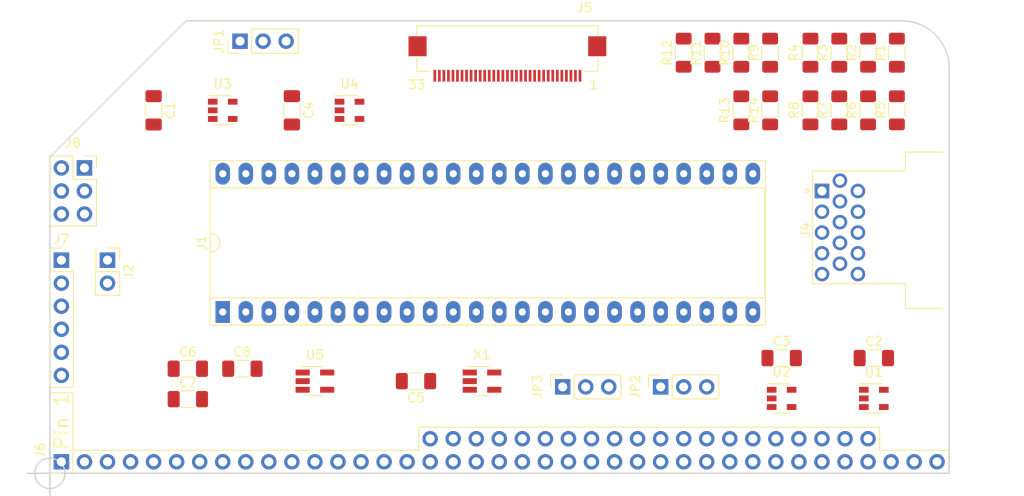
<source format=kicad_pcb>
(kicad_pcb (version 20171130) (host pcbnew 5.1.12-84ad8e8a86~92~ubuntu20.04.1)

  (general
    (thickness 1.6)
    (drawings 7)
    (tracks 0)
    (zones 0)
    (modules 38)
    (nets 129)
  )

  (page A4)
  (layers
    (0 F.Cu signal)
    (31 B.Cu signal)
    (32 B.Adhes user)
    (33 F.Adhes user)
    (34 B.Paste user)
    (35 F.Paste user)
    (36 B.SilkS user)
    (37 F.SilkS user)
    (38 B.Mask user)
    (39 F.Mask user)
    (40 Dwgs.User user)
    (41 Cmts.User user)
    (42 Eco1.User user)
    (43 Eco2.User user)
    (44 Edge.Cuts user)
    (45 Margin user)
    (46 B.CrtYd user)
    (47 F.CrtYd user)
    (48 B.Fab user)
    (49 F.Fab user)
  )

  (setup
    (last_trace_width 0.25)
    (trace_clearance 0.2)
    (zone_clearance 0.508)
    (zone_45_only no)
    (trace_min 0.2)
    (via_size 0.8)
    (via_drill 0.4)
    (via_min_size 0.4)
    (via_min_drill 0.3)
    (uvia_size 0.3)
    (uvia_drill 0.1)
    (uvias_allowed no)
    (uvia_min_size 0.2)
    (uvia_min_drill 0.1)
    (edge_width 0.05)
    (segment_width 0.2)
    (pcb_text_width 0.3)
    (pcb_text_size 1.5 1.5)
    (mod_edge_width 0.12)
    (mod_text_size 1 1)
    (mod_text_width 0.15)
    (pad_size 1.524 1.524)
    (pad_drill 0.762)
    (pad_to_mask_clearance 0)
    (aux_axis_origin 0 0)
    (visible_elements FFFFFF7F)
    (pcbplotparams
      (layerselection 0x010fc_ffffffff)
      (usegerberextensions false)
      (usegerberattributes true)
      (usegerberadvancedattributes true)
      (creategerberjobfile true)
      (excludeedgelayer true)
      (linewidth 0.100000)
      (plotframeref false)
      (viasonmask false)
      (mode 1)
      (useauxorigin false)
      (hpglpennumber 1)
      (hpglpenspeed 20)
      (hpglpendiameter 15.000000)
      (psnegative false)
      (psa4output false)
      (plotreference true)
      (plotvalue true)
      (plotinvisibletext false)
      (padsonsilk false)
      (subtractmaskfromsilk false)
      (outputformat 1)
      (mirror false)
      (drillshape 1)
      (scaleselection 1)
      (outputdirectory ""))
  )

  (net 0 "")
  (net 1 "Net-(J1-Pad2)")
  (net 2 "Net-(J1-Pad3)")
  (net 3 /LCD_DEN)
  (net 4 "Net-(J1-Pad4)")
  (net 5 /LCD_B5)
  (net 6 "Net-(J1-Pad5)")
  (net 7 /LCD_B4)
  (net 8 "Net-(J1-Pad6)")
  (net 9 /LCD_B3)
  (net 10 "Net-(J1-Pad7)")
  (net 11 /LCD_B2)
  (net 12 /LCD_B1)
  (net 13 /LCD_B0)
  (net 14 "Net-(J1-Pad10)")
  (net 15 /LCD_G5)
  (net 16 "Net-(J1-Pad11)")
  (net 17 /LCD_G4)
  (net 18 "Net-(J1-Pad12)")
  (net 19 /LCD_G3)
  (net 20 "Net-(J1-Pad13)")
  (net 21 /LCD_G2)
  (net 22 "Net-(J1-Pad14)")
  (net 23 /LCD_G1)
  (net 24 "Net-(J1-Pad15)")
  (net 25 /LCD_G0)
  (net 26 "Net-(J1-Pad16)")
  (net 27 /LCD_R5)
  (net 28 "Net-(J1-Pad17)")
  (net 29 /LCD_R4)
  (net 30 /LCD_R3)
  (net 31 /LCD_R2)
  (net 32 /LCD_R1)
  (net 33 /LCD_R0)
  (net 34 /LCD_VS)
  (net 35 /LCD_HS)
  (net 36 +3V3)
  (net 37 /LCD_CLK)
  (net 38 "Net-(J4-Pad1)")
  (net 39 "Net-(J4-Pad2)")
  (net 40 "Net-(J4-Pad3)")
  (net 41 "Net-(J4-Pad4)")
  (net 42 "Net-(J4-Pad9)")
  (net 43 "Net-(J4-Pad11)")
  (net 44 "Net-(J4-Pad12)")
  (net 45 "Net-(J4-Pad13)")
  (net 46 "Net-(J4-Pad14)")
  (net 47 "Net-(J4-Pad15)")
  (net 48 /LCD_REV)
  (net 49 +5V)
  (net 50 "Net-(J6-Pad8)")
  (net 51 "Net-(J6-Pad10)")
  (net 52 "Net-(J6-Pad11)")
  (net 53 "Net-(J6-Pad12)")
  (net 54 "Net-(J6-Pad13)")
  (net 55 "Net-(J6-Pad14)")
  (net 56 "Net-(J6-Pad15)")
  (net 57 "Net-(J6-Pad16)")
  (net 58 "Net-(J6-Pad19)")
  (net 59 "Net-(J6-Pad20)")
  (net 60 "Net-(J6-Pad21)")
  (net 61 "Net-(J6-Pad22)")
  (net 62 "Net-(J6-Pad25)")
  (net 63 "Net-(J6-Pad26)")
  (net 64 "Net-(J6-Pad27)")
  (net 65 "Net-(J6-Pad28)")
  (net 66 "Net-(J6-Pad29)")
  (net 67 "Net-(J6-Pad30)")
  (net 68 "Net-(J6-Pad31)")
  (net 69 "Net-(J6-Pad32)")
  (net 70 "Net-(J1-Pad1)")
  (net 71 "Net-(J1-Pad8)")
  (net 72 "Net-(J1-Pad9)")
  (net 73 "Net-(J1-Pad18)")
  (net 74 "Net-(J1-Pad19)")
  (net 75 "Net-(J1-Pad20)")
  (net 76 "Net-(J1-Pad21)")
  (net 77 "Net-(J6-Pad1)")
  (net 78 "Net-(J6-Pad2)")
  (net 79 "Net-(J6-Pad3)")
  (net 80 "Net-(J6-Pad4)")
  (net 81 "Net-(J6-Pad5)")
  (net 82 "Net-(J6-Pad6)")
  (net 83 "Net-(J6-Pad7)")
  (net 84 "Net-(J6-Pad9)")
  (net 85 "Net-(J6-PadB3)")
  (net 86 "Net-(J6-PadB4)")
  (net 87 "Net-(J6-PadB5)")
  (net 88 "Net-(J6-PadB6)")
  (net 89 "Net-(J6-Pad23)")
  (net 90 "Net-(J6-PadB7)")
  (net 91 "Net-(J6-Pad24)")
  (net 92 "Net-(J6-PadB8)")
  (net 93 "Net-(J6-PadB9)")
  (net 94 "Net-(J6-PadB10)")
  (net 95 "Net-(J6-PadB11)")
  (net 96 "Net-(J6-PadB12)")
  (net 97 "Net-(J6-PadB13)")
  (net 98 "Net-(J6-PadB14)")
  (net 99 "Net-(J6-PadB15)")
  (net 100 "Net-(J6-PadB16)")
  (net 101 "Net-(J6-Pad33)")
  (net 102 "Net-(J6-PadB17)")
  (net 103 "Net-(J6-Pad34)")
  (net 104 "Net-(J6-PadB18)")
  (net 105 /TXA)
  (net 106 /TXB)
  (net 107 /RXA)
  (net 108 /RXB)
  (net 109 "Net-(J6-Pad37)")
  (net 110 "Net-(J6-Pad38)")
  (net 111 "Net-(J6-Pad39)")
  (net 112 "Net-(J7-Pad4)")
  (net 113 /PS2-DATA)
  (net 114 "Net-(J7-Pad6)")
  (net 115 "Net-(J8-Pad2)")
  (net 116 /PS2-CLK)
  (net 117 "Net-(J8-Pad6)")
  (net 118 "Net-(JP2-Pad2)")
  (net 119 "Net-(JP3-Pad2)")
  (net 120 "Net-(U1-Pad1)")
  (net 121 "Net-(U2-Pad1)")
  (net 122 /KB_CLOCK)
  (net 123 "Net-(U3-Pad1)")
  (net 124 "Net-(U4-Pad1)")
  (net 125 /KB_DATA)
  (net 126 "Net-(X1-Pad3)")
  (net 127 "Net-(J1-Pad48)")
  (net 128 "Net-(C7-Pad1)")

  (net_class Default "This is the default net class."
    (clearance 0.2)
    (trace_width 0.25)
    (via_dia 0.8)
    (via_drill 0.4)
    (uvia_dia 0.3)
    (uvia_drill 0.1)
    (add_net +3V3)
    (add_net +5V)
    (add_net /KB_CLOCK)
    (add_net /KB_DATA)
    (add_net /LCD_B0)
    (add_net /LCD_B1)
    (add_net /LCD_B2)
    (add_net /LCD_B3)
    (add_net /LCD_B4)
    (add_net /LCD_B5)
    (add_net /LCD_CLK)
    (add_net /LCD_DEN)
    (add_net /LCD_G0)
    (add_net /LCD_G1)
    (add_net /LCD_G2)
    (add_net /LCD_G3)
    (add_net /LCD_G4)
    (add_net /LCD_G5)
    (add_net /LCD_HS)
    (add_net /LCD_R0)
    (add_net /LCD_R1)
    (add_net /LCD_R2)
    (add_net /LCD_R3)
    (add_net /LCD_R4)
    (add_net /LCD_R5)
    (add_net /LCD_REV)
    (add_net /LCD_VS)
    (add_net /PS2-CLK)
    (add_net /PS2-DATA)
    (add_net /RXA)
    (add_net /RXB)
    (add_net /TXA)
    (add_net /TXB)
    (add_net "Net-(C7-Pad1)")
    (add_net "Net-(J1-Pad1)")
    (add_net "Net-(J1-Pad10)")
    (add_net "Net-(J1-Pad11)")
    (add_net "Net-(J1-Pad12)")
    (add_net "Net-(J1-Pad13)")
    (add_net "Net-(J1-Pad14)")
    (add_net "Net-(J1-Pad15)")
    (add_net "Net-(J1-Pad16)")
    (add_net "Net-(J1-Pad17)")
    (add_net "Net-(J1-Pad18)")
    (add_net "Net-(J1-Pad19)")
    (add_net "Net-(J1-Pad2)")
    (add_net "Net-(J1-Pad20)")
    (add_net "Net-(J1-Pad21)")
    (add_net "Net-(J1-Pad3)")
    (add_net "Net-(J1-Pad4)")
    (add_net "Net-(J1-Pad48)")
    (add_net "Net-(J1-Pad5)")
    (add_net "Net-(J1-Pad6)")
    (add_net "Net-(J1-Pad7)")
    (add_net "Net-(J1-Pad8)")
    (add_net "Net-(J1-Pad9)")
    (add_net "Net-(J4-Pad1)")
    (add_net "Net-(J4-Pad11)")
    (add_net "Net-(J4-Pad12)")
    (add_net "Net-(J4-Pad13)")
    (add_net "Net-(J4-Pad14)")
    (add_net "Net-(J4-Pad15)")
    (add_net "Net-(J4-Pad2)")
    (add_net "Net-(J4-Pad3)")
    (add_net "Net-(J4-Pad4)")
    (add_net "Net-(J4-Pad9)")
    (add_net "Net-(J6-Pad1)")
    (add_net "Net-(J6-Pad10)")
    (add_net "Net-(J6-Pad11)")
    (add_net "Net-(J6-Pad12)")
    (add_net "Net-(J6-Pad13)")
    (add_net "Net-(J6-Pad14)")
    (add_net "Net-(J6-Pad15)")
    (add_net "Net-(J6-Pad16)")
    (add_net "Net-(J6-Pad19)")
    (add_net "Net-(J6-Pad2)")
    (add_net "Net-(J6-Pad20)")
    (add_net "Net-(J6-Pad21)")
    (add_net "Net-(J6-Pad22)")
    (add_net "Net-(J6-Pad23)")
    (add_net "Net-(J6-Pad24)")
    (add_net "Net-(J6-Pad25)")
    (add_net "Net-(J6-Pad26)")
    (add_net "Net-(J6-Pad27)")
    (add_net "Net-(J6-Pad28)")
    (add_net "Net-(J6-Pad29)")
    (add_net "Net-(J6-Pad3)")
    (add_net "Net-(J6-Pad30)")
    (add_net "Net-(J6-Pad31)")
    (add_net "Net-(J6-Pad32)")
    (add_net "Net-(J6-Pad33)")
    (add_net "Net-(J6-Pad34)")
    (add_net "Net-(J6-Pad37)")
    (add_net "Net-(J6-Pad38)")
    (add_net "Net-(J6-Pad39)")
    (add_net "Net-(J6-Pad4)")
    (add_net "Net-(J6-Pad5)")
    (add_net "Net-(J6-Pad6)")
    (add_net "Net-(J6-Pad7)")
    (add_net "Net-(J6-Pad8)")
    (add_net "Net-(J6-Pad9)")
    (add_net "Net-(J6-PadB10)")
    (add_net "Net-(J6-PadB11)")
    (add_net "Net-(J6-PadB12)")
    (add_net "Net-(J6-PadB13)")
    (add_net "Net-(J6-PadB14)")
    (add_net "Net-(J6-PadB15)")
    (add_net "Net-(J6-PadB16)")
    (add_net "Net-(J6-PadB17)")
    (add_net "Net-(J6-PadB18)")
    (add_net "Net-(J6-PadB3)")
    (add_net "Net-(J6-PadB4)")
    (add_net "Net-(J6-PadB5)")
    (add_net "Net-(J6-PadB6)")
    (add_net "Net-(J6-PadB7)")
    (add_net "Net-(J6-PadB8)")
    (add_net "Net-(J6-PadB9)")
    (add_net "Net-(J7-Pad4)")
    (add_net "Net-(J7-Pad6)")
    (add_net "Net-(J8-Pad2)")
    (add_net "Net-(J8-Pad6)")
    (add_net "Net-(JP2-Pad2)")
    (add_net "Net-(JP3-Pad2)")
    (add_net "Net-(U1-Pad1)")
    (add_net "Net-(U2-Pad1)")
    (add_net "Net-(U3-Pad1)")
    (add_net "Net-(U4-Pad1)")
    (add_net "Net-(X1-Pad3)")
  )

  (module Package_DIP:DIP-48_W15.24mm_Socket_LongPads (layer F.Cu) (tedit 5A02E8C5) (tstamp 5FE04C64)
    (at 172.72 52.705 90)
    (descr "48-lead though-hole mounted DIP package, row spacing 15.24 mm (600 mils), Socket, LongPads")
    (tags "THT DIP DIL PDIP 2.54mm 15.24mm 600mil Socket LongPads")
    (path /5FCFE959)
    (fp_text reference J1 (at 7.62 -2.33 90) (layer F.SilkS)
      (effects (font (size 1 1) (thickness 0.15)))
    )
    (fp_text value CMOD-A7 (at 7.62 60.75 90) (layer F.Fab)
      (effects (font (size 1 1) (thickness 0.15)))
    )
    (fp_line (start 16.8 -1.6) (end -1.55 -1.6) (layer F.CrtYd) (width 0.05))
    (fp_line (start 16.8 60) (end 16.8 -1.6) (layer F.CrtYd) (width 0.05))
    (fp_line (start -1.55 60) (end 16.8 60) (layer F.CrtYd) (width 0.05))
    (fp_line (start -1.55 -1.6) (end -1.55 60) (layer F.CrtYd) (width 0.05))
    (fp_line (start 16.68 -1.39) (end -1.44 -1.39) (layer F.SilkS) (width 0.12))
    (fp_line (start 16.68 59.81) (end 16.68 -1.39) (layer F.SilkS) (width 0.12))
    (fp_line (start -1.44 59.81) (end 16.68 59.81) (layer F.SilkS) (width 0.12))
    (fp_line (start -1.44 -1.39) (end -1.44 59.81) (layer F.SilkS) (width 0.12))
    (fp_line (start 13.68 -1.33) (end 8.62 -1.33) (layer F.SilkS) (width 0.12))
    (fp_line (start 13.68 59.75) (end 13.68 -1.33) (layer F.SilkS) (width 0.12))
    (fp_line (start 1.56 59.75) (end 13.68 59.75) (layer F.SilkS) (width 0.12))
    (fp_line (start 1.56 -1.33) (end 1.56 59.75) (layer F.SilkS) (width 0.12))
    (fp_line (start 6.62 -1.33) (end 1.56 -1.33) (layer F.SilkS) (width 0.12))
    (fp_line (start 16.51 -1.33) (end -1.27 -1.33) (layer F.Fab) (width 0.1))
    (fp_line (start 16.51 59.75) (end 16.51 -1.33) (layer F.Fab) (width 0.1))
    (fp_line (start -1.27 59.75) (end 16.51 59.75) (layer F.Fab) (width 0.1))
    (fp_line (start -1.27 -1.33) (end -1.27 59.75) (layer F.Fab) (width 0.1))
    (fp_line (start 0.255 -0.27) (end 1.255 -1.27) (layer F.Fab) (width 0.1))
    (fp_line (start 0.255 59.69) (end 0.255 -0.27) (layer F.Fab) (width 0.1))
    (fp_line (start 14.985 59.69) (end 0.255 59.69) (layer F.Fab) (width 0.1))
    (fp_line (start 14.985 -1.27) (end 14.985 59.69) (layer F.Fab) (width 0.1))
    (fp_line (start 1.255 -1.27) (end 14.985 -1.27) (layer F.Fab) (width 0.1))
    (fp_arc (start 7.62 -1.33) (end 6.62 -1.33) (angle -180) (layer F.SilkS) (width 0.12))
    (fp_text user %R (at 7.62 29.21 90) (layer F.Fab)
      (effects (font (size 1 1) (thickness 0.15)))
    )
    (pad 1 thru_hole rect (at 0 0 90) (size 2.4 1.6) (drill 0.8) (layers *.Cu *.Mask)
      (net 70 "Net-(J1-Pad1)"))
    (pad 25 thru_hole oval (at 15.24 58.42 90) (size 2.4 1.6) (drill 0.8) (layers *.Cu *.Mask)
      (net 36 +3V3))
    (pad 2 thru_hole oval (at 0 2.54 90) (size 2.4 1.6) (drill 0.8) (layers *.Cu *.Mask)
      (net 1 "Net-(J1-Pad2)"))
    (pad 26 thru_hole oval (at 15.24 55.88 90) (size 2.4 1.6) (drill 0.8) (layers *.Cu *.Mask)
      (net 37 /LCD_CLK))
    (pad 3 thru_hole oval (at 0 5.08 90) (size 2.4 1.6) (drill 0.8) (layers *.Cu *.Mask)
      (net 2 "Net-(J1-Pad3)"))
    (pad 27 thru_hole oval (at 15.24 53.34 90) (size 2.4 1.6) (drill 0.8) (layers *.Cu *.Mask)
      (net 35 /LCD_HS))
    (pad 4 thru_hole oval (at 0 7.62 90) (size 2.4 1.6) (drill 0.8) (layers *.Cu *.Mask)
      (net 4 "Net-(J1-Pad4)"))
    (pad 28 thru_hole oval (at 15.24 50.8 90) (size 2.4 1.6) (drill 0.8) (layers *.Cu *.Mask)
      (net 34 /LCD_VS))
    (pad 5 thru_hole oval (at 0 10.16 90) (size 2.4 1.6) (drill 0.8) (layers *.Cu *.Mask)
      (net 6 "Net-(J1-Pad5)"))
    (pad 29 thru_hole oval (at 15.24 48.26 90) (size 2.4 1.6) (drill 0.8) (layers *.Cu *.Mask)
      (net 33 /LCD_R0))
    (pad 6 thru_hole oval (at 0 12.7 90) (size 2.4 1.6) (drill 0.8) (layers *.Cu *.Mask)
      (net 8 "Net-(J1-Pad6)"))
    (pad 30 thru_hole oval (at 15.24 45.72 90) (size 2.4 1.6) (drill 0.8) (layers *.Cu *.Mask)
      (net 32 /LCD_R1))
    (pad 7 thru_hole oval (at 0 15.24 90) (size 2.4 1.6) (drill 0.8) (layers *.Cu *.Mask)
      (net 10 "Net-(J1-Pad7)"))
    (pad 31 thru_hole oval (at 15.24 43.18 90) (size 2.4 1.6) (drill 0.8) (layers *.Cu *.Mask)
      (net 31 /LCD_R2))
    (pad 8 thru_hole oval (at 0 17.78 90) (size 2.4 1.6) (drill 0.8) (layers *.Cu *.Mask)
      (net 71 "Net-(J1-Pad8)"))
    (pad 32 thru_hole oval (at 15.24 40.64 90) (size 2.4 1.6) (drill 0.8) (layers *.Cu *.Mask)
      (net 30 /LCD_R3))
    (pad 9 thru_hole oval (at 0 20.32 90) (size 2.4 1.6) (drill 0.8) (layers *.Cu *.Mask)
      (net 72 "Net-(J1-Pad9)"))
    (pad 33 thru_hole oval (at 15.24 38.1 90) (size 2.4 1.6) (drill 0.8) (layers *.Cu *.Mask)
      (net 29 /LCD_R4))
    (pad 10 thru_hole oval (at 0 22.86 90) (size 2.4 1.6) (drill 0.8) (layers *.Cu *.Mask)
      (net 14 "Net-(J1-Pad10)"))
    (pad 34 thru_hole oval (at 15.24 35.56 90) (size 2.4 1.6) (drill 0.8) (layers *.Cu *.Mask)
      (net 27 /LCD_R5))
    (pad 11 thru_hole oval (at 0 25.4 90) (size 2.4 1.6) (drill 0.8) (layers *.Cu *.Mask)
      (net 16 "Net-(J1-Pad11)"))
    (pad 35 thru_hole oval (at 15.24 33.02 90) (size 2.4 1.6) (drill 0.8) (layers *.Cu *.Mask)
      (net 25 /LCD_G0))
    (pad 12 thru_hole oval (at 0 27.94 90) (size 2.4 1.6) (drill 0.8) (layers *.Cu *.Mask)
      (net 18 "Net-(J1-Pad12)"))
    (pad 36 thru_hole oval (at 15.24 30.48 90) (size 2.4 1.6) (drill 0.8) (layers *.Cu *.Mask)
      (net 23 /LCD_G1))
    (pad 13 thru_hole oval (at 0 30.48 90) (size 2.4 1.6) (drill 0.8) (layers *.Cu *.Mask)
      (net 20 "Net-(J1-Pad13)"))
    (pad 37 thru_hole oval (at 15.24 27.94 90) (size 2.4 1.6) (drill 0.8) (layers *.Cu *.Mask)
      (net 21 /LCD_G2))
    (pad 14 thru_hole oval (at 0 33.02 90) (size 2.4 1.6) (drill 0.8) (layers *.Cu *.Mask)
      (net 22 "Net-(J1-Pad14)"))
    (pad 38 thru_hole oval (at 15.24 25.4 90) (size 2.4 1.6) (drill 0.8) (layers *.Cu *.Mask)
      (net 19 /LCD_G3))
    (pad 15 thru_hole oval (at 0 35.56 90) (size 2.4 1.6) (drill 0.8) (layers *.Cu *.Mask)
      (net 24 "Net-(J1-Pad15)"))
    (pad 39 thru_hole oval (at 15.24 22.86 90) (size 2.4 1.6) (drill 0.8) (layers *.Cu *.Mask)
      (net 17 /LCD_G4))
    (pad 16 thru_hole oval (at 0 38.1 90) (size 2.4 1.6) (drill 0.8) (layers *.Cu *.Mask)
      (net 26 "Net-(J1-Pad16)"))
    (pad 40 thru_hole oval (at 15.24 20.32 90) (size 2.4 1.6) (drill 0.8) (layers *.Cu *.Mask)
      (net 15 /LCD_G5))
    (pad 17 thru_hole oval (at 0 40.64 90) (size 2.4 1.6) (drill 0.8) (layers *.Cu *.Mask)
      (net 28 "Net-(J1-Pad17)"))
    (pad 41 thru_hole oval (at 15.24 17.78 90) (size 2.4 1.6) (drill 0.8) (layers *.Cu *.Mask)
      (net 13 /LCD_B0))
    (pad 18 thru_hole oval (at 0 43.18 90) (size 2.4 1.6) (drill 0.8) (layers *.Cu *.Mask)
      (net 73 "Net-(J1-Pad18)"))
    (pad 42 thru_hole oval (at 15.24 15.24 90) (size 2.4 1.6) (drill 0.8) (layers *.Cu *.Mask)
      (net 12 /LCD_B1))
    (pad 19 thru_hole oval (at 0 45.72 90) (size 2.4 1.6) (drill 0.8) (layers *.Cu *.Mask)
      (net 74 "Net-(J1-Pad19)"))
    (pad 43 thru_hole oval (at 15.24 12.7 90) (size 2.4 1.6) (drill 0.8) (layers *.Cu *.Mask)
      (net 11 /LCD_B2))
    (pad 20 thru_hole oval (at 0 48.26 90) (size 2.4 1.6) (drill 0.8) (layers *.Cu *.Mask)
      (net 75 "Net-(J1-Pad20)"))
    (pad 44 thru_hole oval (at 15.24 10.16 90) (size 2.4 1.6) (drill 0.8) (layers *.Cu *.Mask)
      (net 9 /LCD_B3))
    (pad 21 thru_hole oval (at 0 50.8 90) (size 2.4 1.6) (drill 0.8) (layers *.Cu *.Mask)
      (net 76 "Net-(J1-Pad21)"))
    (pad 45 thru_hole oval (at 15.24 7.62 90) (size 2.4 1.6) (drill 0.8) (layers *.Cu *.Mask)
      (net 7 /LCD_B4))
    (pad 22 thru_hole oval (at 0 53.34 90) (size 2.4 1.6) (drill 0.8) (layers *.Cu *.Mask)
      (net 122 /KB_CLOCK))
    (pad 46 thru_hole oval (at 15.24 5.08 90) (size 2.4 1.6) (drill 0.8) (layers *.Cu *.Mask)
      (net 5 /LCD_B5))
    (pad 23 thru_hole oval (at 0 55.88 90) (size 2.4 1.6) (drill 0.8) (layers *.Cu *.Mask)
      (net 125 /KB_DATA))
    (pad 47 thru_hole oval (at 15.24 2.54 90) (size 2.4 1.6) (drill 0.8) (layers *.Cu *.Mask)
      (net 3 /LCD_DEN))
    (pad 24 thru_hole oval (at 0 58.42 90) (size 2.4 1.6) (drill 0.8) (layers *.Cu *.Mask)
      (net 36 +3V3))
    (pad 48 thru_hole oval (at 15.24 0 90) (size 2.4 1.6) (drill 0.8) (layers *.Cu *.Mask)
      (net 127 "Net-(J1-Pad48)"))
    (model ${KISYS3DMOD}/Package_DIP.3dshapes/DIP-48_W15.24mm_Socket.wrl
      (at (xyz 0 0 0))
      (scale (xyz 1 1 1))
      (rotate (xyz 0 0 0))
    )
  )

  (module Connector_PinHeader_2.54mm:PinHeader_2x01_P2.54mm_Vertical (layer F.Cu) (tedit 59FED5CC) (tstamp 5FE04C7C)
    (at 160.02 46.99 270)
    (descr "Through hole straight pin header, 2x01, 2.54mm pitch, double rows")
    (tags "Through hole pin header THT 2x01 2.54mm double row")
    (path /5FD05A8B)
    (fp_text reference J2 (at 1.27 -2.33 90) (layer F.SilkS)
      (effects (font (size 1 1) (thickness 0.15)))
    )
    (fp_text value Conn_01x02_Male (at 1.27 2.33 90) (layer F.Fab)
      (effects (font (size 1 1) (thickness 0.15)))
    )
    (fp_line (start 4.35 -1.8) (end -1.8 -1.8) (layer F.CrtYd) (width 0.05))
    (fp_line (start 4.35 1.8) (end 4.35 -1.8) (layer F.CrtYd) (width 0.05))
    (fp_line (start -1.8 1.8) (end 4.35 1.8) (layer F.CrtYd) (width 0.05))
    (fp_line (start -1.8 -1.8) (end -1.8 1.8) (layer F.CrtYd) (width 0.05))
    (fp_line (start -1.33 -1.33) (end 0 -1.33) (layer F.SilkS) (width 0.12))
    (fp_line (start -1.33 0) (end -1.33 -1.33) (layer F.SilkS) (width 0.12))
    (fp_line (start 1.27 -1.33) (end 3.87 -1.33) (layer F.SilkS) (width 0.12))
    (fp_line (start 1.27 1.27) (end 1.27 -1.33) (layer F.SilkS) (width 0.12))
    (fp_line (start -1.33 1.27) (end 1.27 1.27) (layer F.SilkS) (width 0.12))
    (fp_line (start 3.87 -1.33) (end 3.87 1.33) (layer F.SilkS) (width 0.12))
    (fp_line (start -1.33 1.27) (end -1.33 1.33) (layer F.SilkS) (width 0.12))
    (fp_line (start -1.33 1.33) (end 3.87 1.33) (layer F.SilkS) (width 0.12))
    (fp_line (start -1.27 0) (end 0 -1.27) (layer F.Fab) (width 0.1))
    (fp_line (start -1.27 1.27) (end -1.27 0) (layer F.Fab) (width 0.1))
    (fp_line (start 3.81 1.27) (end -1.27 1.27) (layer F.Fab) (width 0.1))
    (fp_line (start 3.81 -1.27) (end 3.81 1.27) (layer F.Fab) (width 0.1))
    (fp_line (start 0 -1.27) (end 3.81 -1.27) (layer F.Fab) (width 0.1))
    (fp_text user %R (at 1.27 0) (layer F.Fab)
      (effects (font (size 1 1) (thickness 0.15)))
    )
    (pad 1 thru_hole rect (at 0 0 270) (size 1.7 1.7) (drill 1) (layers *.Cu *.Mask)
      (net 36 +3V3))
    (pad 2 thru_hole oval (at 2.54 0 270) (size 1.7 1.7) (drill 1) (layers *.Cu *.Mask)
      (net 36 +3V3))
    (model ${KISYS3DMOD}/Connector_PinHeader_2.54mm.3dshapes/PinHeader_2x01_P2.54mm_Vertical.wrl
      (at (xyz 0 0 0))
      (scale (xyz 1 1 1))
      (rotate (xyz 0 0 0))
    )
  )

  (module Connector_Dsub:DSUB-15-HD_Female_Horizontal_P2.29x1.98mm_EdgePinOffset9.40mm (layer F.Cu) (tedit 59FEDEE2) (tstamp 61B2A8EE)
    (at 238.76 39.37 90)
    (descr "15-pin D-Sub connector, horizontal/angled (90 deg), THT-mount, female, pitch 2.29x1.98mm, pin-PCB-offset 9.4mm, see http://docs-europe.electrocomponents.com/webdocs/1585/0900766b81585df2.pdf")
    (tags "15-pin D-Sub connector horizontal angled 90deg THT female pitch 2.29x1.98mm pin-PCB-offset 9.4mm")
    (path /5FCB0467)
    (fp_text reference J4 (at -4.315 -1.8 90) (layer F.SilkS)
      (effects (font (size 1 1) (thickness 0.15)))
    )
    (fp_text value DB15_Female (at -4.315 21.43 90) (layer F.Fab)
      (effects (font (size 1 1) (thickness 0.15)))
    )
    (fp_line (start 4.35 20.45) (end -13 20.45) (layer F.CrtYd) (width 0.05))
    (fp_line (start 4.35 14.3) (end 4.35 20.45) (layer F.CrtYd) (width 0.05))
    (fp_line (start 11.65 14.3) (end 4.35 14.3) (layer F.CrtYd) (width 0.05))
    (fp_line (start 11.65 12.9) (end 11.65 14.3) (layer F.CrtYd) (width 0.05))
    (fp_line (start 4.75 12.9) (end 11.65 12.9) (layer F.CrtYd) (width 0.05))
    (fp_line (start 4.75 8.8) (end 4.75 12.9) (layer F.CrtYd) (width 0.05))
    (fp_line (start 2.45 8.8) (end 4.75 8.8) (layer F.CrtYd) (width 0.05))
    (fp_line (start 2.45 -1.3) (end 2.45 8.8) (layer F.CrtYd) (width 0.05))
    (fp_line (start -10.5 -1.3) (end 2.45 -1.3) (layer F.CrtYd) (width 0.05))
    (fp_line (start -10.5 8.8) (end -10.5 -1.3) (layer F.CrtYd) (width 0.05))
    (fp_line (start -13.4 8.8) (end -10.5 8.8) (layer F.CrtYd) (width 0.05))
    (fp_line (start -13.4 12.9) (end -13.4 8.8) (layer F.CrtYd) (width 0.05))
    (fp_line (start -20.25 12.9) (end -13.4 12.9) (layer F.CrtYd) (width 0.05))
    (fp_line (start -20.25 14.3) (end -20.25 12.9) (layer F.CrtYd) (width 0.05))
    (fp_line (start -13 14.3) (end -20.25 14.3) (layer F.CrtYd) (width 0.05))
    (fp_line (start -13 20.45) (end -13 14.3) (layer F.CrtYd) (width 0.05))
    (fp_line (start 0 -1.321325) (end -0.25 -1.754338) (layer F.SilkS) (width 0.12))
    (fp_line (start 0.25 -1.754338) (end 0 -1.321325) (layer F.SilkS) (width 0.12))
    (fp_line (start -0.25 -1.754338) (end 0.25 -1.754338) (layer F.SilkS) (width 0.12))
    (fp_line (start 4.295 9.2) (end 4.295 13.3) (layer F.SilkS) (width 0.12))
    (fp_line (start 2.205 9.2) (end 4.295 9.2) (layer F.SilkS) (width 0.12))
    (fp_line (start 2.205 -1.06) (end 2.205 9.2) (layer F.SilkS) (width 0.12))
    (fp_line (start -10.22 -1.06) (end 2.205 -1.06) (layer F.SilkS) (width 0.12))
    (fp_line (start -10.22 9.2) (end -10.22 -1.06) (layer F.SilkS) (width 0.12))
    (fp_line (start -12.925 9.2) (end -10.22 9.2) (layer F.SilkS) (width 0.12))
    (fp_line (start -12.925 13.3) (end -12.925 9.2) (layer F.SilkS) (width 0.12))
    (fp_line (start 3.835 13.76) (end -12.465 13.76) (layer F.Fab) (width 0.1))
    (fp_line (start 3.835 19.93) (end 3.835 13.76) (layer F.Fab) (width 0.1))
    (fp_line (start -12.465 19.93) (end 3.835 19.93) (layer F.Fab) (width 0.1))
    (fp_line (start -12.465 13.76) (end -12.465 19.93) (layer F.Fab) (width 0.1))
    (fp_line (start 11.11 13.36) (end -19.74 13.36) (layer F.Fab) (width 0.1))
    (fp_line (start 11.11 13.76) (end 11.11 13.36) (layer F.Fab) (width 0.1))
    (fp_line (start -19.74 13.76) (end 11.11 13.76) (layer F.Fab) (width 0.1))
    (fp_line (start -19.74 13.36) (end -19.74 13.76) (layer F.Fab) (width 0.1))
    (fp_line (start 4.235 9.26) (end -12.865 9.26) (layer F.Fab) (width 0.1))
    (fp_line (start 4.235 13.36) (end 4.235 9.26) (layer F.Fab) (width 0.1))
    (fp_line (start -12.865 13.36) (end 4.235 13.36) (layer F.Fab) (width 0.1))
    (fp_line (start -12.865 9.26) (end -12.865 13.36) (layer F.Fab) (width 0.1))
    (fp_line (start -9.06 3.96) (end -9.06 9.26) (layer F.Fab) (width 0.1))
    (fp_line (start -9.16 3.96) (end -9.16 9.26) (layer F.Fab) (width 0.1))
    (fp_line (start -9.26 3.96) (end -9.26 9.26) (layer F.Fab) (width 0.1))
    (fp_line (start -6.77 3.96) (end -6.77 9.26) (layer F.Fab) (width 0.1))
    (fp_line (start -6.87 3.96) (end -6.87 9.26) (layer F.Fab) (width 0.1))
    (fp_line (start -6.97 3.96) (end -6.97 9.26) (layer F.Fab) (width 0.1))
    (fp_line (start -4.48 3.96) (end -4.48 9.26) (layer F.Fab) (width 0.1))
    (fp_line (start -4.58 3.96) (end -4.58 9.26) (layer F.Fab) (width 0.1))
    (fp_line (start -4.68 3.96) (end -4.68 9.26) (layer F.Fab) (width 0.1))
    (fp_line (start -2.19 3.96) (end -2.19 9.26) (layer F.Fab) (width 0.1))
    (fp_line (start -2.29 3.96) (end -2.29 9.26) (layer F.Fab) (width 0.1))
    (fp_line (start -2.39 3.96) (end -2.39 9.26) (layer F.Fab) (width 0.1))
    (fp_line (start 0.1 3.96) (end 0.1 9.26) (layer F.Fab) (width 0.1))
    (fp_line (start 0 3.96) (end 0 9.26) (layer F.Fab) (width 0.1))
    (fp_line (start -0.1 3.96) (end -0.1 9.26) (layer F.Fab) (width 0.1))
    (fp_line (start -7.915 1.98) (end -7.915 9.26) (layer F.Fab) (width 0.1))
    (fp_line (start -8.015 1.98) (end -8.015 9.26) (layer F.Fab) (width 0.1))
    (fp_line (start -8.115 1.98) (end -8.115 9.26) (layer F.Fab) (width 0.1))
    (fp_line (start -5.625 1.98) (end -5.625 9.26) (layer F.Fab) (width 0.1))
    (fp_line (start -5.725 1.98) (end -5.725 9.26) (layer F.Fab) (width 0.1))
    (fp_line (start -5.825 1.98) (end -5.825 9.26) (layer F.Fab) (width 0.1))
    (fp_line (start -3.335 1.98) (end -3.335 9.26) (layer F.Fab) (width 0.1))
    (fp_line (start -3.435 1.98) (end -3.435 9.26) (layer F.Fab) (width 0.1))
    (fp_line (start -3.535 1.98) (end -3.535 9.26) (layer F.Fab) (width 0.1))
    (fp_line (start -1.045 1.98) (end -1.045 9.26) (layer F.Fab) (width 0.1))
    (fp_line (start -1.145 1.98) (end -1.145 9.26) (layer F.Fab) (width 0.1))
    (fp_line (start -1.245 1.98) (end -1.245 9.26) (layer F.Fab) (width 0.1))
    (fp_line (start 1.245 1.98) (end 1.245 9.26) (layer F.Fab) (width 0.1))
    (fp_line (start 1.145 1.98) (end 1.145 9.26) (layer F.Fab) (width 0.1))
    (fp_line (start 1.045 1.98) (end 1.045 9.26) (layer F.Fab) (width 0.1))
    (fp_line (start -9.06 0) (end -9.06 9.26) (layer F.Fab) (width 0.1))
    (fp_line (start -9.16 0) (end -9.16 9.26) (layer F.Fab) (width 0.1))
    (fp_line (start -9.26 0) (end -9.26 9.26) (layer F.Fab) (width 0.1))
    (fp_line (start -6.77 0) (end -6.77 9.26) (layer F.Fab) (width 0.1))
    (fp_line (start -6.87 0) (end -6.87 9.26) (layer F.Fab) (width 0.1))
    (fp_line (start -6.97 0) (end -6.97 9.26) (layer F.Fab) (width 0.1))
    (fp_line (start -4.48 0) (end -4.48 9.26) (layer F.Fab) (width 0.1))
    (fp_line (start -4.58 0) (end -4.58 9.26) (layer F.Fab) (width 0.1))
    (fp_line (start -4.68 0) (end -4.68 9.26) (layer F.Fab) (width 0.1))
    (fp_line (start -2.19 0) (end -2.19 9.26) (layer F.Fab) (width 0.1))
    (fp_line (start -2.29 0) (end -2.29 9.26) (layer F.Fab) (width 0.1))
    (fp_line (start -2.39 0) (end -2.39 9.26) (layer F.Fab) (width 0.1))
    (fp_line (start 0.1 0) (end 0.1 9.26) (layer F.Fab) (width 0.1))
    (fp_line (start 0 0) (end 0 9.26) (layer F.Fab) (width 0.1))
    (fp_line (start -0.1 0) (end -0.1 9.26) (layer F.Fab) (width 0.1))
    (fp_text user %R (at -4.315 16.845 90) (layer F.Fab)
      (effects (font (size 1 1) (thickness 0.15)))
    )
    (pad 1 thru_hole rect (at 0 0 90) (size 1.6 1.6) (drill 1) (layers *.Cu *.Mask)
      (net 38 "Net-(J4-Pad1)"))
    (pad 2 thru_hole circle (at -2.29 0 90) (size 1.6 1.6) (drill 1) (layers *.Cu *.Mask)
      (net 39 "Net-(J4-Pad2)"))
    (pad 3 thru_hole circle (at -4.58 0 90) (size 1.6 1.6) (drill 1) (layers *.Cu *.Mask)
      (net 40 "Net-(J4-Pad3)"))
    (pad 4 thru_hole circle (at -6.87 0 90) (size 1.6 1.6) (drill 1) (layers *.Cu *.Mask)
      (net 41 "Net-(J4-Pad4)"))
    (pad 5 thru_hole circle (at -9.16 0 90) (size 1.6 1.6) (drill 1) (layers *.Cu *.Mask)
      (net 36 +3V3))
    (pad 6 thru_hole circle (at 1.145 1.98 90) (size 1.6 1.6) (drill 1) (layers *.Cu *.Mask)
      (net 36 +3V3))
    (pad 7 thru_hole circle (at -1.145 1.98 90) (size 1.6 1.6) (drill 1) (layers *.Cu *.Mask)
      (net 36 +3V3))
    (pad 8 thru_hole circle (at -3.435 1.98 90) (size 1.6 1.6) (drill 1) (layers *.Cu *.Mask)
      (net 36 +3V3))
    (pad 9 thru_hole circle (at -5.725 1.98 90) (size 1.6 1.6) (drill 1) (layers *.Cu *.Mask)
      (net 42 "Net-(J4-Pad9)"))
    (pad 10 thru_hole circle (at -8.015 1.98 90) (size 1.6 1.6) (drill 1) (layers *.Cu *.Mask)
      (net 36 +3V3))
    (pad 11 thru_hole circle (at 0 3.96 90) (size 1.6 1.6) (drill 1) (layers *.Cu *.Mask)
      (net 43 "Net-(J4-Pad11)"))
    (pad 12 thru_hole circle (at -2.29 3.96 90) (size 1.6 1.6) (drill 1) (layers *.Cu *.Mask)
      (net 44 "Net-(J4-Pad12)"))
    (pad 13 thru_hole circle (at -4.58 3.96 90) (size 1.6 1.6) (drill 1) (layers *.Cu *.Mask)
      (net 45 "Net-(J4-Pad13)"))
    (pad 14 thru_hole circle (at -6.87 3.96 90) (size 1.6 1.6) (drill 1) (layers *.Cu *.Mask)
      (net 46 "Net-(J4-Pad14)"))
    (pad 15 thru_hole circle (at -9.16 3.96 90) (size 1.6 1.6) (drill 1) (layers *.Cu *.Mask)
      (net 47 "Net-(J4-Pad15)"))
    (model ${KISYS3DMOD}/Connector_Dsub.3dshapes/DSUB-15-HD_Female_Horizontal_P2.29x1.98mm_EdgePinOffset9.40mm.wrl
      (at (xyz 0 0 0))
      (scale (xyz 1 1 1))
      (rotate (xyz 0 0 0))
    )
  )

  (module lcd_adapter:FH12-33S-0.5 (layer F.Cu) (tedit 5FCA69F5) (tstamp 5FE04D45)
    (at 212.09 26.67 180)
    (path /5FCA4B81)
    (fp_text reference J5 (at -0.5 7.5) (layer F.SilkS)
      (effects (font (size 1 1) (thickness 0.15)))
    )
    (fp_text value Conn_01x33 (at 0 -0.5) (layer F.Fab)
      (effects (font (size 1 1) (thickness 0.15)))
    )
    (fp_line (start 18 0.5) (end 18 2) (layer F.SilkS) (width 0.12))
    (fp_line (start 16.5 0.5) (end 18 0.5) (layer F.SilkS) (width 0.12))
    (fp_line (start -2 0.5) (end -0.5 0.5) (layer F.SilkS) (width 0.12))
    (fp_line (start -2 2) (end -2 0.5) (layer F.SilkS) (width 0.12))
    (fp_line (start 18 5.5) (end 18 4.5) (layer F.SilkS) (width 0.12))
    (fp_line (start -2 5.5) (end 18 5.5) (layer F.SilkS) (width 0.12))
    (fp_line (start -2 4.5) (end -2 5.5) (layer F.SilkS) (width 0.12))
    (fp_text user 1 (at -1.5 -1) (layer F.SilkS)
      (effects (font (size 1 1) (thickness 0.15)))
    )
    (fp_text user 33 (at 18 -1) (layer F.SilkS)
      (effects (font (size 1 1) (thickness 0.15)))
    )
    (pad 1 smd rect (at 0 0 180) (size 0.3 1.3) (layers F.Cu F.Paste F.Mask)
      (net 36 +3V3))
    (pad 2 smd rect (at 0.5 0 180) (size 0.3 1.3) (layers F.Cu F.Paste F.Mask)
      (net 37 /LCD_CLK))
    (pad 3 smd rect (at 1 0 180) (size 0.3 1.3) (layers F.Cu F.Paste F.Mask)
      (net 35 /LCD_HS))
    (pad 4 smd rect (at 1.5 0 180) (size 0.3 1.3) (layers F.Cu F.Paste F.Mask)
      (net 34 /LCD_VS))
    (pad 5 smd rect (at 2 0 180) (size 0.3 1.3) (layers F.Cu F.Paste F.Mask)
      (net 36 +3V3))
    (pad 6 smd rect (at 2.5 0 180) (size 0.3 1.3) (layers F.Cu F.Paste F.Mask)
      (net 33 /LCD_R0))
    (pad 7 smd rect (at 3 0 180) (size 0.3 1.3) (layers F.Cu F.Paste F.Mask)
      (net 32 /LCD_R1))
    (pad 8 smd rect (at 3.5 0 180) (size 0.3 1.3) (layers F.Cu F.Paste F.Mask)
      (net 31 /LCD_R2))
    (pad 9 smd rect (at 4 0 180) (size 0.3 1.3) (layers F.Cu F.Paste F.Mask)
      (net 30 /LCD_R3))
    (pad 10 smd rect (at 4.5 0 180) (size 0.3 1.3) (layers F.Cu F.Paste F.Mask)
      (net 29 /LCD_R4))
    (pad 11 smd rect (at 5 0 180) (size 0.3 1.3) (layers F.Cu F.Paste F.Mask)
      (net 27 /LCD_R5))
    (pad 12 smd rect (at 5.5 0 180) (size 0.3 1.3) (layers F.Cu F.Paste F.Mask)
      (net 36 +3V3))
    (pad 13 smd rect (at 6 0 180) (size 0.3 1.3) (layers F.Cu F.Paste F.Mask)
      (net 25 /LCD_G0))
    (pad 14 smd rect (at 6.5 0 180) (size 0.3 1.3) (layers F.Cu F.Paste F.Mask)
      (net 23 /LCD_G1))
    (pad 15 smd rect (at 7 0 180) (size 0.3 1.3) (layers F.Cu F.Paste F.Mask)
      (net 21 /LCD_G2))
    (pad 16 smd rect (at 7.5 0 180) (size 0.3 1.3) (layers F.Cu F.Paste F.Mask)
      (net 19 /LCD_G3))
    (pad 17 smd rect (at 8 0 180) (size 0.3 1.3) (layers F.Cu F.Paste F.Mask)
      (net 17 /LCD_G4))
    (pad 18 smd rect (at 8.5 0 180) (size 0.3 1.3) (layers F.Cu F.Paste F.Mask)
      (net 15 /LCD_G5))
    (pad 19 smd rect (at 9 0 180) (size 0.3 1.3) (layers F.Cu F.Paste F.Mask)
      (net 36 +3V3))
    (pad 20 smd rect (at 9.5 0 180) (size 0.3 1.3) (layers F.Cu F.Paste F.Mask)
      (net 13 /LCD_B0))
    (pad 21 smd rect (at 10 0 180) (size 0.3 1.3) (layers F.Cu F.Paste F.Mask)
      (net 12 /LCD_B1))
    (pad 22 smd rect (at 10.5 0 180) (size 0.3 1.3) (layers F.Cu F.Paste F.Mask)
      (net 11 /LCD_B2))
    (pad 23 smd rect (at 11 0 180) (size 0.3 1.3) (layers F.Cu F.Paste F.Mask)
      (net 9 /LCD_B3))
    (pad 24 smd rect (at 11.5 0 180) (size 0.3 1.3) (layers F.Cu F.Paste F.Mask)
      (net 7 /LCD_B4))
    (pad 25 smd rect (at 12 0 180) (size 0.3 1.3) (layers F.Cu F.Paste F.Mask)
      (net 5 /LCD_B5))
    (pad 26 smd rect (at 12.5 0 180) (size 0.3 1.3) (layers F.Cu F.Paste F.Mask)
      (net 36 +3V3))
    (pad 27 smd rect (at 13 0 180) (size 0.3 1.3) (layers F.Cu F.Paste F.Mask)
      (net 3 /LCD_DEN))
    (pad 28 smd rect (at 13.5 0 180) (size 0.3 1.3) (layers F.Cu F.Paste F.Mask)
      (net 36 +3V3))
    (pad 29 smd rect (at 14 0 180) (size 0.3 1.3) (layers F.Cu F.Paste F.Mask)
      (net 36 +3V3))
    (pad 30 smd rect (at 14.5 0 180) (size 0.3 1.3) (layers F.Cu F.Paste F.Mask)
      (net 48 /LCD_REV))
    (pad 31 smd rect (at 15 0 180) (size 0.3 1.3) (layers F.Cu F.Paste F.Mask)
      (net 36 +3V3))
    (pad 32 smd rect (at 15.5 0 180) (size 0.3 1.3) (layers F.Cu F.Paste F.Mask)
      (net 36 +3V3))
    (pad 33 smd rect (at 16 0 180) (size 0.3 1.3) (layers F.Cu F.Paste F.Mask)
      (net 36 +3V3))
    (pad 34 smd rect (at -1.9 3.25 180) (size 2 2.2) (layers F.Cu F.Paste F.Mask))
    (pad 35 smd rect (at 17.9 3.25 180) (size 2 2.2) (layers F.Cu F.Paste F.Mask))
  )

  (module Connector_PinHeader_2.54mm:PinHeader_1x03_P2.54mm_Vertical (layer F.Cu) (tedit 59FED5CC) (tstamp 5FE04D94)
    (at 174.625 22.86 90)
    (descr "Through hole straight pin header, 1x03, 2.54mm pitch, single row")
    (tags "Through hole pin header THT 1x03 2.54mm single row")
    (path /5FE20151)
    (fp_text reference JP1 (at 0 -2.33 90) (layer F.SilkS)
      (effects (font (size 1 1) (thickness 0.15)))
    )
    (fp_text value JPR3 (at 0 7.41 90) (layer F.Fab)
      (effects (font (size 1 1) (thickness 0.15)))
    )
    (fp_line (start 1.8 -1.8) (end -1.8 -1.8) (layer F.CrtYd) (width 0.05))
    (fp_line (start 1.8 6.85) (end 1.8 -1.8) (layer F.CrtYd) (width 0.05))
    (fp_line (start -1.8 6.85) (end 1.8 6.85) (layer F.CrtYd) (width 0.05))
    (fp_line (start -1.8 -1.8) (end -1.8 6.85) (layer F.CrtYd) (width 0.05))
    (fp_line (start -1.33 -1.33) (end 0 -1.33) (layer F.SilkS) (width 0.12))
    (fp_line (start -1.33 0) (end -1.33 -1.33) (layer F.SilkS) (width 0.12))
    (fp_line (start -1.33 1.27) (end 1.33 1.27) (layer F.SilkS) (width 0.12))
    (fp_line (start 1.33 1.27) (end 1.33 6.41) (layer F.SilkS) (width 0.12))
    (fp_line (start -1.33 1.27) (end -1.33 6.41) (layer F.SilkS) (width 0.12))
    (fp_line (start -1.33 6.41) (end 1.33 6.41) (layer F.SilkS) (width 0.12))
    (fp_line (start -1.27 -0.635) (end -0.635 -1.27) (layer F.Fab) (width 0.1))
    (fp_line (start -1.27 6.35) (end -1.27 -0.635) (layer F.Fab) (width 0.1))
    (fp_line (start 1.27 6.35) (end -1.27 6.35) (layer F.Fab) (width 0.1))
    (fp_line (start 1.27 -1.27) (end 1.27 6.35) (layer F.Fab) (width 0.1))
    (fp_line (start -0.635 -1.27) (end 1.27 -1.27) (layer F.Fab) (width 0.1))
    (fp_text user %R (at 0 2.54) (layer F.Fab)
      (effects (font (size 1 1) (thickness 0.15)))
    )
    (pad 1 thru_hole rect (at 0 0 90) (size 1.7 1.7) (drill 1) (layers *.Cu *.Mask)
      (net 36 +3V3))
    (pad 2 thru_hole oval (at 0 2.54 90) (size 1.7 1.7) (drill 1) (layers *.Cu *.Mask)
      (net 48 /LCD_REV))
    (pad 3 thru_hole oval (at 0 5.08 90) (size 1.7 1.7) (drill 1) (layers *.Cu *.Mask)
      (net 36 +3V3))
    (model ${KISYS3DMOD}/Connector_PinHeader_2.54mm.3dshapes/PinHeader_1x03_P2.54mm_Vertical.wrl
      (at (xyz 0 0 0))
      (scale (xyz 1 1 1))
      (rotate (xyz 0 0 0))
    )
  )

  (module myRC2014_footprints:RC2014_Header (layer F.Cu) (tedit 61B29B10) (tstamp 61B323FB)
    (at 154.94 69.215 90)
    (descr "Through hole straight pin header, 2x38, 2.54mm pitch, double rows")
    (tags "Through hole pin header THT 2x38 2.54mm double row")
    (path /61B378B7)
    (fp_text reference J6 (at 1.27 -2.33 90) (layer F.SilkS)
      (effects (font (size 1 1) (thickness 0.15)))
    )
    (fp_text value RC2014_BUS (at 1.27 100.965 90) (layer F.Fab)
      (effects (font (size 1 1) (thickness 0.15)))
    )
    (fp_line (start 1.27 39.37) (end 1.27 1.27) (layer F.SilkS) (width 0.12))
    (fp_line (start 3.81 39.37) (end 1.27 39.37) (layer F.SilkS) (width 0.12))
    (fp_line (start 3.81 90.17) (end 3.81 39.37) (layer F.SilkS) (width 0.12))
    (fp_line (start 1.27 90.17) (end 3.81 90.17) (layer F.SilkS) (width 0.12))
    (fp_line (start 1.27 97.79) (end 1.27 90.17) (layer F.SilkS) (width 0.12))
    (fp_line (start -1.27 97.79) (end 1.27 97.79) (layer F.SilkS) (width 0.12))
    (fp_line (start -1.27 1.27) (end -1.27 97.79) (layer F.SilkS) (width 0.12))
    (fp_line (start -1.27 1.27) (end -1.27 -0.635) (layer F.SilkS) (width 0.12))
    (fp_line (start 7.62 1.27) (end -1.27 1.27) (layer F.SilkS) (width 0.12))
    (fp_line (start 7.62 -1.27) (end 7.62 1.27) (layer F.SilkS) (width 0.12))
    (fp_line (start -1.27 -1.27) (end 7.62 -1.27) (layer F.SilkS) (width 0.12))
    (fp_line (start -1.27 0) (end 0 -1.27) (layer F.Fab) (width 0.1))
    (fp_line (start -1.33 0) (end -1.33 -1.33) (layer F.SilkS) (width 0.12))
    (fp_line (start -1.33 -1.33) (end 0 -1.33) (layer F.SilkS) (width 0.12))
    (fp_line (start -1.8 -1.8) (end -1.8 95.75) (layer F.CrtYd) (width 0.05))
    (fp_line (start -1.8 95.75) (end 4.35 95.75) (layer F.CrtYd) (width 0.05))
    (fp_line (start 4.35 95.75) (end 4.35 -1.8) (layer F.CrtYd) (width 0.05))
    (fp_line (start 4.35 -1.8) (end -1.8 -1.8) (layer F.CrtYd) (width 0.05))
    (fp_text user %R (at 1.27 46.99) (layer F.Fab)
      (effects (font (size 1 1) (thickness 0.15)))
    )
    (fp_text user "Pin 1" (at 4.445 0 90) (layer F.SilkS)
      (effects (font (size 1.524 1.524) (thickness 0.2032)))
    )
    (pad 1 thru_hole rect (at 0 0 90) (size 1.7 1.7) (drill 1) (layers *.Cu *.Mask)
      (net 77 "Net-(J6-Pad1)"))
    (pad 2 thru_hole oval (at 0 2.54 90) (size 1.7 1.7) (drill 1) (layers *.Cu *.Mask)
      (net 78 "Net-(J6-Pad2)"))
    (pad 3 thru_hole oval (at 0 5.08 90) (size 1.7 1.7) (drill 1) (layers *.Cu *.Mask)
      (net 79 "Net-(J6-Pad3)"))
    (pad 4 thru_hole oval (at 0 7.62 90) (size 1.7 1.7) (drill 1) (layers *.Cu *.Mask)
      (net 80 "Net-(J6-Pad4)"))
    (pad 5 thru_hole oval (at 0 10.16 90) (size 1.7 1.7) (drill 1) (layers *.Cu *.Mask)
      (net 81 "Net-(J6-Pad5)"))
    (pad 6 thru_hole oval (at 0 12.7 90) (size 1.7 1.7) (drill 1) (layers *.Cu *.Mask)
      (net 82 "Net-(J6-Pad6)"))
    (pad 7 thru_hole oval (at 0 15.24 90) (size 1.7 1.7) (drill 1) (layers *.Cu *.Mask)
      (net 83 "Net-(J6-Pad7)"))
    (pad 8 thru_hole oval (at 0 17.78 90) (size 1.7 1.7) (drill 1) (layers *.Cu *.Mask)
      (net 50 "Net-(J6-Pad8)"))
    (pad 9 thru_hole oval (at 0 20.32 90) (size 1.7 1.7) (drill 1) (layers *.Cu *.Mask)
      (net 84 "Net-(J6-Pad9)"))
    (pad 10 thru_hole oval (at 0 22.86 90) (size 1.7 1.7) (drill 1) (layers *.Cu *.Mask)
      (net 51 "Net-(J6-Pad10)"))
    (pad 11 thru_hole oval (at 0 25.4 90) (size 1.7 1.7) (drill 1) (layers *.Cu *.Mask)
      (net 52 "Net-(J6-Pad11)"))
    (pad 12 thru_hole oval (at 0 27.94 90) (size 1.7 1.7) (drill 1) (layers *.Cu *.Mask)
      (net 53 "Net-(J6-Pad12)"))
    (pad 13 thru_hole oval (at 0 30.48 90) (size 1.7 1.7) (drill 1) (layers *.Cu *.Mask)
      (net 54 "Net-(J6-Pad13)"))
    (pad 14 thru_hole oval (at 0 33.02 90) (size 1.7 1.7) (drill 1) (layers *.Cu *.Mask)
      (net 55 "Net-(J6-Pad14)"))
    (pad 15 thru_hole oval (at 0 35.56 90) (size 1.7 1.7) (drill 1) (layers *.Cu *.Mask)
      (net 56 "Net-(J6-Pad15)"))
    (pad 16 thru_hole oval (at 0 38.1 90) (size 1.7 1.7) (drill 1) (layers *.Cu *.Mask)
      (net 57 "Net-(J6-Pad16)"))
    (pad 17 thru_hole oval (at 0 40.64 90) (size 1.7 1.7) (drill 1) (layers *.Cu *.Mask)
      (net 36 +3V3))
    (pad B1 thru_hole oval (at 2.54 40.64 90) (size 1.7 1.7) (drill 1) (layers *.Cu *.Mask)
      (net 36 +3V3))
    (pad 18 thru_hole oval (at 0 43.18 90) (size 1.7 1.7) (drill 1) (layers *.Cu *.Mask)
      (net 49 +5V))
    (pad B2 thru_hole oval (at 2.54 43.18 90) (size 1.7 1.7) (drill 1) (layers *.Cu *.Mask)
      (net 49 +5V))
    (pad 19 thru_hole oval (at 0 45.72 90) (size 1.7 1.7) (drill 1) (layers *.Cu *.Mask)
      (net 58 "Net-(J6-Pad19)"))
    (pad B3 thru_hole oval (at 2.54 45.72 90) (size 1.7 1.7) (drill 1) (layers *.Cu *.Mask)
      (net 85 "Net-(J6-PadB3)"))
    (pad 20 thru_hole oval (at 0 48.26 90) (size 1.7 1.7) (drill 1) (layers *.Cu *.Mask)
      (net 59 "Net-(J6-Pad20)"))
    (pad B4 thru_hole oval (at 2.54 48.26 90) (size 1.7 1.7) (drill 1) (layers *.Cu *.Mask)
      (net 86 "Net-(J6-PadB4)"))
    (pad 21 thru_hole oval (at 0 50.8 90) (size 1.7 1.7) (drill 1) (layers *.Cu *.Mask)
      (net 60 "Net-(J6-Pad21)"))
    (pad B5 thru_hole oval (at 2.54 50.8 90) (size 1.7 1.7) (drill 1) (layers *.Cu *.Mask)
      (net 87 "Net-(J6-PadB5)"))
    (pad 22 thru_hole oval (at 0 53.34 90) (size 1.7 1.7) (drill 1) (layers *.Cu *.Mask)
      (net 61 "Net-(J6-Pad22)"))
    (pad B6 thru_hole oval (at 2.54 53.34 90) (size 1.7 1.7) (drill 1) (layers *.Cu *.Mask)
      (net 88 "Net-(J6-PadB6)"))
    (pad 23 thru_hole oval (at 0 55.88 90) (size 1.7 1.7) (drill 1) (layers *.Cu *.Mask)
      (net 89 "Net-(J6-Pad23)"))
    (pad B7 thru_hole oval (at 2.54 55.88 90) (size 1.7 1.7) (drill 1) (layers *.Cu *.Mask)
      (net 90 "Net-(J6-PadB7)"))
    (pad 24 thru_hole oval (at 0 58.42 90) (size 1.7 1.7) (drill 1) (layers *.Cu *.Mask)
      (net 91 "Net-(J6-Pad24)"))
    (pad B8 thru_hole oval (at 2.54 58.42 90) (size 1.7 1.7) (drill 1) (layers *.Cu *.Mask)
      (net 92 "Net-(J6-PadB8)"))
    (pad 25 thru_hole oval (at 0 60.96 90) (size 1.7 1.7) (drill 1) (layers *.Cu *.Mask)
      (net 62 "Net-(J6-Pad25)"))
    (pad B9 thru_hole oval (at 2.54 60.96 90) (size 1.7 1.7) (drill 1) (layers *.Cu *.Mask)
      (net 93 "Net-(J6-PadB9)"))
    (pad 26 thru_hole oval (at 0 63.5 90) (size 1.7 1.7) (drill 1) (layers *.Cu *.Mask)
      (net 63 "Net-(J6-Pad26)"))
    (pad B10 thru_hole oval (at 2.54 63.5 90) (size 1.7 1.7) (drill 1) (layers *.Cu *.Mask)
      (net 94 "Net-(J6-PadB10)"))
    (pad 27 thru_hole oval (at 0 66.04 90) (size 1.7 1.7) (drill 1) (layers *.Cu *.Mask)
      (net 64 "Net-(J6-Pad27)"))
    (pad B11 thru_hole oval (at 2.54 66.04 90) (size 1.7 1.7) (drill 1) (layers *.Cu *.Mask)
      (net 95 "Net-(J6-PadB11)"))
    (pad 28 thru_hole oval (at 0 68.58 90) (size 1.7 1.7) (drill 1) (layers *.Cu *.Mask)
      (net 65 "Net-(J6-Pad28)"))
    (pad B12 thru_hole oval (at 2.54 68.58 90) (size 1.7 1.7) (drill 1) (layers *.Cu *.Mask)
      (net 96 "Net-(J6-PadB12)"))
    (pad 29 thru_hole oval (at 0 71.12 90) (size 1.7 1.7) (drill 1) (layers *.Cu *.Mask)
      (net 66 "Net-(J6-Pad29)"))
    (pad B13 thru_hole oval (at 2.54 71.12 90) (size 1.7 1.7) (drill 1) (layers *.Cu *.Mask)
      (net 97 "Net-(J6-PadB13)"))
    (pad 30 thru_hole oval (at 0 73.66 90) (size 1.7 1.7) (drill 1) (layers *.Cu *.Mask)
      (net 67 "Net-(J6-Pad30)"))
    (pad B14 thru_hole oval (at 2.54 73.66 90) (size 1.7 1.7) (drill 1) (layers *.Cu *.Mask)
      (net 98 "Net-(J6-PadB14)"))
    (pad 31 thru_hole oval (at 0 76.2 90) (size 1.7 1.7) (drill 1) (layers *.Cu *.Mask)
      (net 68 "Net-(J6-Pad31)"))
    (pad B15 thru_hole oval (at 2.54 76.2 90) (size 1.7 1.7) (drill 1) (layers *.Cu *.Mask)
      (net 99 "Net-(J6-PadB15)"))
    (pad 32 thru_hole oval (at 0 78.74 90) (size 1.7 1.7) (drill 1) (layers *.Cu *.Mask)
      (net 69 "Net-(J6-Pad32)"))
    (pad B16 thru_hole oval (at 2.54 78.74 90) (size 1.7 1.7) (drill 1) (layers *.Cu *.Mask)
      (net 100 "Net-(J6-PadB16)"))
    (pad 33 thru_hole oval (at 0 81.28 90) (size 1.7 1.7) (drill 1) (layers *.Cu *.Mask)
      (net 101 "Net-(J6-Pad33)"))
    (pad B17 thru_hole oval (at 2.54 81.28 90) (size 1.7 1.7) (drill 1) (layers *.Cu *.Mask)
      (net 102 "Net-(J6-PadB17)"))
    (pad 34 thru_hole oval (at 0 83.82 90) (size 1.7 1.7) (drill 1) (layers *.Cu *.Mask)
      (net 103 "Net-(J6-Pad34)"))
    (pad B18 thru_hole oval (at 2.54 83.82 90) (size 1.7 1.7) (drill 1) (layers *.Cu *.Mask)
      (net 104 "Net-(J6-PadB18)"))
    (pad 35 thru_hole oval (at 0 86.36 90) (size 1.7 1.7) (drill 1) (layers *.Cu *.Mask)
      (net 105 /TXA))
    (pad B19 thru_hole oval (at 2.54 86.36 90) (size 1.7 1.7) (drill 1) (layers *.Cu *.Mask)
      (net 106 /TXB))
    (pad 36 thru_hole oval (at 0 88.9 90) (size 1.7 1.7) (drill 1) (layers *.Cu *.Mask)
      (net 107 /RXA))
    (pad B20 thru_hole oval (at 2.54 88.9 90) (size 1.7 1.7) (drill 1) (layers *.Cu *.Mask)
      (net 108 /RXB))
    (pad 37 thru_hole oval (at 0 91.44 90) (size 1.7 1.7) (drill 1) (layers *.Cu *.Mask)
      (net 109 "Net-(J6-Pad37)"))
    (pad 38 thru_hole oval (at 0 93.98 90) (size 1.7 1.7) (drill 1) (layers *.Cu *.Mask)
      (net 110 "Net-(J6-Pad38)"))
    (pad 39 thru_hole oval (at 0 96.5 90) (size 1.7 1.7) (drill 1) (layers *.Cu *.Mask)
      (net 111 "Net-(J6-Pad39)"))
    (model ${KISYS3DMOD}/Connector_PinHeader_2.54mm.3dshapes/PinHeader_2x38_P2.54mm_Vertical.wrl
      (at (xyz 0 0 0))
      (scale (xyz 1 1 1))
      (rotate (xyz 0 0 0))
    )
  )

  (module Connector_PinHeader_2.54mm:PinHeader_1x06_P2.54mm_Vertical (layer F.Cu) (tedit 59FED5CC) (tstamp 61B32415)
    (at 154.94 46.99)
    (descr "Through hole straight pin header, 1x06, 2.54mm pitch, single row")
    (tags "Through hole pin header THT 1x06 2.54mm single row")
    (path /61BE2437)
    (fp_text reference J7 (at 0 -2.33) (layer F.SilkS)
      (effects (font (size 1 1) (thickness 0.15)))
    )
    (fp_text value Conn_01x06_Male (at 0 15.03) (layer F.Fab)
      (effects (font (size 1 1) (thickness 0.15)))
    )
    (fp_line (start 1.8 -1.8) (end -1.8 -1.8) (layer F.CrtYd) (width 0.05))
    (fp_line (start 1.8 14.5) (end 1.8 -1.8) (layer F.CrtYd) (width 0.05))
    (fp_line (start -1.8 14.5) (end 1.8 14.5) (layer F.CrtYd) (width 0.05))
    (fp_line (start -1.8 -1.8) (end -1.8 14.5) (layer F.CrtYd) (width 0.05))
    (fp_line (start -1.33 -1.33) (end 0 -1.33) (layer F.SilkS) (width 0.12))
    (fp_line (start -1.33 0) (end -1.33 -1.33) (layer F.SilkS) (width 0.12))
    (fp_line (start -1.33 1.27) (end 1.33 1.27) (layer F.SilkS) (width 0.12))
    (fp_line (start 1.33 1.27) (end 1.33 14.03) (layer F.SilkS) (width 0.12))
    (fp_line (start -1.33 1.27) (end -1.33 14.03) (layer F.SilkS) (width 0.12))
    (fp_line (start -1.33 14.03) (end 1.33 14.03) (layer F.SilkS) (width 0.12))
    (fp_line (start -1.27 -0.635) (end -0.635 -1.27) (layer F.Fab) (width 0.1))
    (fp_line (start -1.27 13.97) (end -1.27 -0.635) (layer F.Fab) (width 0.1))
    (fp_line (start 1.27 13.97) (end -1.27 13.97) (layer F.Fab) (width 0.1))
    (fp_line (start 1.27 -1.27) (end 1.27 13.97) (layer F.Fab) (width 0.1))
    (fp_line (start -0.635 -1.27) (end 1.27 -1.27) (layer F.Fab) (width 0.1))
    (fp_text user %R (at 0 6.35 90) (layer F.Fab)
      (effects (font (size 1 1) (thickness 0.15)))
    )
    (pad 1 thru_hole rect (at 0 0) (size 1.7 1.7) (drill 1) (layers *.Cu *.Mask)
      (net 36 +3V3))
    (pad 2 thru_hole oval (at 0 2.54) (size 1.7 1.7) (drill 1) (layers *.Cu *.Mask)
      (net 36 +3V3))
    (pad 3 thru_hole oval (at 0 5.08) (size 1.7 1.7) (drill 1) (layers *.Cu *.Mask)
      (net 49 +5V))
    (pad 4 thru_hole oval (at 0 7.62) (size 1.7 1.7) (drill 1) (layers *.Cu *.Mask)
      (net 112 "Net-(J7-Pad4)"))
    (pad 5 thru_hole oval (at 0 10.16) (size 1.7 1.7) (drill 1) (layers *.Cu *.Mask)
      (net 113 /PS2-DATA))
    (pad 6 thru_hole oval (at 0 12.7) (size 1.7 1.7) (drill 1) (layers *.Cu *.Mask)
      (net 114 "Net-(J7-Pad6)"))
    (model ${KISYS3DMOD}/Connector_PinHeader_2.54mm.3dshapes/PinHeader_1x06_P2.54mm_Vertical.wrl
      (at (xyz 0 0 0))
      (scale (xyz 1 1 1))
      (rotate (xyz 0 0 0))
    )
  )

  (module Connector_PinSocket_2.54mm:PinSocket_2x03_P2.54mm_Vertical (layer F.Cu) (tedit 5A19A425) (tstamp 61B2A3CE)
    (at 157.48 36.83)
    (descr "Through hole straight socket strip, 2x03, 2.54mm pitch, double cols (from Kicad 4.0.7), script generated")
    (tags "Through hole socket strip THT 2x03 2.54mm double row")
    (path /61BFA3C2)
    (fp_text reference J8 (at -1.27 -2.77) (layer F.SilkS)
      (effects (font (size 1 1) (thickness 0.15)))
    )
    (fp_text value Mini-DIN-6 (at -1.27 7.85) (layer F.Fab)
      (effects (font (size 1 1) (thickness 0.15)))
    )
    (fp_line (start -4.34 6.85) (end -4.34 -1.8) (layer F.CrtYd) (width 0.05))
    (fp_line (start 1.76 6.85) (end -4.34 6.85) (layer F.CrtYd) (width 0.05))
    (fp_line (start 1.76 -1.8) (end 1.76 6.85) (layer F.CrtYd) (width 0.05))
    (fp_line (start -4.34 -1.8) (end 1.76 -1.8) (layer F.CrtYd) (width 0.05))
    (fp_line (start 0 -1.33) (end 1.33 -1.33) (layer F.SilkS) (width 0.12))
    (fp_line (start 1.33 -1.33) (end 1.33 0) (layer F.SilkS) (width 0.12))
    (fp_line (start -1.27 -1.33) (end -1.27 1.27) (layer F.SilkS) (width 0.12))
    (fp_line (start -1.27 1.27) (end 1.33 1.27) (layer F.SilkS) (width 0.12))
    (fp_line (start 1.33 1.27) (end 1.33 6.41) (layer F.SilkS) (width 0.12))
    (fp_line (start -3.87 6.41) (end 1.33 6.41) (layer F.SilkS) (width 0.12))
    (fp_line (start -3.87 -1.33) (end -3.87 6.41) (layer F.SilkS) (width 0.12))
    (fp_line (start -3.87 -1.33) (end -1.27 -1.33) (layer F.SilkS) (width 0.12))
    (fp_line (start -3.81 6.35) (end -3.81 -1.27) (layer F.Fab) (width 0.1))
    (fp_line (start 1.27 6.35) (end -3.81 6.35) (layer F.Fab) (width 0.1))
    (fp_line (start 1.27 -0.27) (end 1.27 6.35) (layer F.Fab) (width 0.1))
    (fp_line (start 0.27 -1.27) (end 1.27 -0.27) (layer F.Fab) (width 0.1))
    (fp_line (start -3.81 -1.27) (end 0.27 -1.27) (layer F.Fab) (width 0.1))
    (fp_text user %R (at -1.27 2.54 90) (layer F.Fab)
      (effects (font (size 1 1) (thickness 0.15)))
    )
    (pad 1 thru_hole rect (at 0 0) (size 1.7 1.7) (drill 1) (layers *.Cu *.Mask)
      (net 113 /PS2-DATA))
    (pad 2 thru_hole oval (at -2.54 0) (size 1.7 1.7) (drill 1) (layers *.Cu *.Mask)
      (net 115 "Net-(J8-Pad2)"))
    (pad 3 thru_hole oval (at 0 2.54) (size 1.7 1.7) (drill 1) (layers *.Cu *.Mask)
      (net 36 +3V3))
    (pad 4 thru_hole oval (at -2.54 2.54) (size 1.7 1.7) (drill 1) (layers *.Cu *.Mask)
      (net 49 +5V))
    (pad 5 thru_hole oval (at 0 5.08) (size 1.7 1.7) (drill 1) (layers *.Cu *.Mask)
      (net 116 /PS2-CLK))
    (pad 6 thru_hole oval (at -2.54 5.08) (size 1.7 1.7) (drill 1) (layers *.Cu *.Mask)
      (net 117 "Net-(J8-Pad6)"))
    (model ${KISYS3DMOD}/Connector_PinSocket_2.54mm.3dshapes/PinSocket_2x03_P2.54mm_Vertical.wrl
      (at (xyz 0 0 0))
      (scale (xyz 1 1 1))
      (rotate (xyz 0 0 0))
    )
  )

  (module Connector_PinSocket_2.54mm:PinSocket_1x03_P2.54mm_Vertical (layer F.Cu) (tedit 5A19A429) (tstamp 61B32448)
    (at 220.98 60.96 90)
    (descr "Through hole straight socket strip, 1x03, 2.54mm pitch, single row (from Kicad 4.0.7), script generated")
    (tags "Through hole socket strip THT 1x03 2.54mm single row")
    (path /61C752EF)
    (fp_text reference JP2 (at 0 -2.77 90) (layer F.SilkS)
      (effects (font (size 1 1) (thickness 0.15)))
    )
    (fp_text value Jumper_3_Bridged12 (at 0 7.85 90) (layer F.Fab)
      (effects (font (size 1 1) (thickness 0.15)))
    )
    (fp_line (start -1.8 6.85) (end -1.8 -1.8) (layer F.CrtYd) (width 0.05))
    (fp_line (start 1.75 6.85) (end -1.8 6.85) (layer F.CrtYd) (width 0.05))
    (fp_line (start 1.75 -1.8) (end 1.75 6.85) (layer F.CrtYd) (width 0.05))
    (fp_line (start -1.8 -1.8) (end 1.75 -1.8) (layer F.CrtYd) (width 0.05))
    (fp_line (start 0 -1.33) (end 1.33 -1.33) (layer F.SilkS) (width 0.12))
    (fp_line (start 1.33 -1.33) (end 1.33 0) (layer F.SilkS) (width 0.12))
    (fp_line (start 1.33 1.27) (end 1.33 6.41) (layer F.SilkS) (width 0.12))
    (fp_line (start -1.33 6.41) (end 1.33 6.41) (layer F.SilkS) (width 0.12))
    (fp_line (start -1.33 1.27) (end -1.33 6.41) (layer F.SilkS) (width 0.12))
    (fp_line (start -1.33 1.27) (end 1.33 1.27) (layer F.SilkS) (width 0.12))
    (fp_line (start -1.27 6.35) (end -1.27 -1.27) (layer F.Fab) (width 0.1))
    (fp_line (start 1.27 6.35) (end -1.27 6.35) (layer F.Fab) (width 0.1))
    (fp_line (start 1.27 -0.635) (end 1.27 6.35) (layer F.Fab) (width 0.1))
    (fp_line (start 0.635 -1.27) (end 1.27 -0.635) (layer F.Fab) (width 0.1))
    (fp_line (start -1.27 -1.27) (end 0.635 -1.27) (layer F.Fab) (width 0.1))
    (fp_text user %R (at 0 2.54) (layer F.Fab)
      (effects (font (size 1 1) (thickness 0.15)))
    )
    (pad 1 thru_hole rect (at 0 0 90) (size 1.7 1.7) (drill 1) (layers *.Cu *.Mask)
      (net 108 /RXB))
    (pad 2 thru_hole oval (at 0 2.54 90) (size 1.7 1.7) (drill 1) (layers *.Cu *.Mask)
      (net 118 "Net-(JP2-Pad2)"))
    (pad 3 thru_hole oval (at 0 5.08 90) (size 1.7 1.7) (drill 1) (layers *.Cu *.Mask)
      (net 107 /RXA))
    (model ${KISYS3DMOD}/Connector_PinSocket_2.54mm.3dshapes/PinSocket_1x03_P2.54mm_Vertical.wrl
      (at (xyz 0 0 0))
      (scale (xyz 1 1 1))
      (rotate (xyz 0 0 0))
    )
  )

  (module Connector_PinSocket_2.54mm:PinSocket_1x03_P2.54mm_Vertical (layer F.Cu) (tedit 5A19A429) (tstamp 61B2B57B)
    (at 210.185 60.96 90)
    (descr "Through hole straight socket strip, 1x03, 2.54mm pitch, single row (from Kicad 4.0.7), script generated")
    (tags "Through hole socket strip THT 1x03 2.54mm single row")
    (path /61C741D9)
    (fp_text reference JP3 (at 0 -2.77 90) (layer F.SilkS)
      (effects (font (size 1 1) (thickness 0.15)))
    )
    (fp_text value Jumper_3_Bridged12 (at 0 7.85 90) (layer F.Fab)
      (effects (font (size 1 1) (thickness 0.15)))
    )
    (fp_line (start -1.27 -1.27) (end 0.635 -1.27) (layer F.Fab) (width 0.1))
    (fp_line (start 0.635 -1.27) (end 1.27 -0.635) (layer F.Fab) (width 0.1))
    (fp_line (start 1.27 -0.635) (end 1.27 6.35) (layer F.Fab) (width 0.1))
    (fp_line (start 1.27 6.35) (end -1.27 6.35) (layer F.Fab) (width 0.1))
    (fp_line (start -1.27 6.35) (end -1.27 -1.27) (layer F.Fab) (width 0.1))
    (fp_line (start -1.33 1.27) (end 1.33 1.27) (layer F.SilkS) (width 0.12))
    (fp_line (start -1.33 1.27) (end -1.33 6.41) (layer F.SilkS) (width 0.12))
    (fp_line (start -1.33 6.41) (end 1.33 6.41) (layer F.SilkS) (width 0.12))
    (fp_line (start 1.33 1.27) (end 1.33 6.41) (layer F.SilkS) (width 0.12))
    (fp_line (start 1.33 -1.33) (end 1.33 0) (layer F.SilkS) (width 0.12))
    (fp_line (start 0 -1.33) (end 1.33 -1.33) (layer F.SilkS) (width 0.12))
    (fp_line (start -1.8 -1.8) (end 1.75 -1.8) (layer F.CrtYd) (width 0.05))
    (fp_line (start 1.75 -1.8) (end 1.75 6.85) (layer F.CrtYd) (width 0.05))
    (fp_line (start 1.75 6.85) (end -1.8 6.85) (layer F.CrtYd) (width 0.05))
    (fp_line (start -1.8 6.85) (end -1.8 -1.8) (layer F.CrtYd) (width 0.05))
    (fp_text user %R (at 0 2.54) (layer F.Fab)
      (effects (font (size 1 1) (thickness 0.15)))
    )
    (pad 3 thru_hole oval (at 0 5.08 90) (size 1.7 1.7) (drill 1) (layers *.Cu *.Mask)
      (net 105 /TXA))
    (pad 2 thru_hole oval (at 0 2.54 90) (size 1.7 1.7) (drill 1) (layers *.Cu *.Mask)
      (net 119 "Net-(JP3-Pad2)"))
    (pad 1 thru_hole rect (at 0 0 90) (size 1.7 1.7) (drill 1) (layers *.Cu *.Mask)
      (net 106 /TXB))
    (model ${KISYS3DMOD}/Connector_PinSocket_2.54mm.3dshapes/PinSocket_1x03_P2.54mm_Vertical.wrl
      (at (xyz 0 0 0))
      (scale (xyz 1 1 1))
      (rotate (xyz 0 0 0))
    )
  )

  (module Package_TO_SOT_SMD:SOT-23-5 (layer F.Cu) (tedit 5A02FF57) (tstamp 61B33337)
    (at 244.475 62.23)
    (descr "5-pin SOT23 package")
    (tags SOT-23-5)
    (path /61C14406)
    (attr smd)
    (fp_text reference U1 (at 0 -2.9) (layer F.SilkS)
      (effects (font (size 1 1) (thickness 0.15)))
    )
    (fp_text value SN74LV1T34DBV (at 0 2.9) (layer F.Fab)
      (effects (font (size 1 1) (thickness 0.15)))
    )
    (fp_line (start -0.9 1.61) (end 0.9 1.61) (layer F.SilkS) (width 0.12))
    (fp_line (start 0.9 -1.61) (end -1.55 -1.61) (layer F.SilkS) (width 0.12))
    (fp_line (start -1.9 -1.8) (end 1.9 -1.8) (layer F.CrtYd) (width 0.05))
    (fp_line (start 1.9 -1.8) (end 1.9 1.8) (layer F.CrtYd) (width 0.05))
    (fp_line (start 1.9 1.8) (end -1.9 1.8) (layer F.CrtYd) (width 0.05))
    (fp_line (start -1.9 1.8) (end -1.9 -1.8) (layer F.CrtYd) (width 0.05))
    (fp_line (start -0.9 -0.9) (end -0.25 -1.55) (layer F.Fab) (width 0.1))
    (fp_line (start 0.9 -1.55) (end -0.25 -1.55) (layer F.Fab) (width 0.1))
    (fp_line (start -0.9 -0.9) (end -0.9 1.55) (layer F.Fab) (width 0.1))
    (fp_line (start 0.9 1.55) (end -0.9 1.55) (layer F.Fab) (width 0.1))
    (fp_line (start 0.9 -1.55) (end 0.9 1.55) (layer F.Fab) (width 0.1))
    (fp_text user %R (at 0 0 90) (layer F.Fab)
      (effects (font (size 0.5 0.5) (thickness 0.075)))
    )
    (pad 5 smd rect (at 1.1 -0.95) (size 1.06 0.65) (layers F.Cu F.Paste F.Mask)
      (net 49 +5V))
    (pad 4 smd rect (at 1.1 0.95) (size 1.06 0.65) (layers F.Cu F.Paste F.Mask)
      (net 118 "Net-(JP2-Pad2)"))
    (pad 3 smd rect (at -1.1 0.95) (size 1.06 0.65) (layers F.Cu F.Paste F.Mask)
      (net 36 +3V3))
    (pad 2 smd rect (at -1.1 0) (size 1.06 0.65) (layers F.Cu F.Paste F.Mask)
      (net 70 "Net-(J1-Pad1)"))
    (pad 1 smd rect (at -1.1 -0.95) (size 1.06 0.65) (layers F.Cu F.Paste F.Mask)
      (net 120 "Net-(U1-Pad1)"))
    (model ${KISYS3DMOD}/Package_TO_SOT_SMD.3dshapes/SOT-23-5.wrl
      (at (xyz 0 0 0))
      (scale (xyz 1 1 1))
      (rotate (xyz 0 0 0))
    )
  )

  (module Package_TO_SOT_SMD:SOT-23-5 (layer F.Cu) (tedit 5A02FF57) (tstamp 61B325BD)
    (at 234.315 62.23)
    (descr "5-pin SOT23 package")
    (tags SOT-23-5)
    (path /61C16229)
    (attr smd)
    (fp_text reference U2 (at 0 -2.9) (layer F.SilkS)
      (effects (font (size 1 1) (thickness 0.15)))
    )
    (fp_text value SN74LV1T34DBV (at 0 2.9) (layer F.Fab)
      (effects (font (size 1 1) (thickness 0.15)))
    )
    (fp_line (start 0.9 -1.55) (end 0.9 1.55) (layer F.Fab) (width 0.1))
    (fp_line (start 0.9 1.55) (end -0.9 1.55) (layer F.Fab) (width 0.1))
    (fp_line (start -0.9 -0.9) (end -0.9 1.55) (layer F.Fab) (width 0.1))
    (fp_line (start 0.9 -1.55) (end -0.25 -1.55) (layer F.Fab) (width 0.1))
    (fp_line (start -0.9 -0.9) (end -0.25 -1.55) (layer F.Fab) (width 0.1))
    (fp_line (start -1.9 1.8) (end -1.9 -1.8) (layer F.CrtYd) (width 0.05))
    (fp_line (start 1.9 1.8) (end -1.9 1.8) (layer F.CrtYd) (width 0.05))
    (fp_line (start 1.9 -1.8) (end 1.9 1.8) (layer F.CrtYd) (width 0.05))
    (fp_line (start -1.9 -1.8) (end 1.9 -1.8) (layer F.CrtYd) (width 0.05))
    (fp_line (start 0.9 -1.61) (end -1.55 -1.61) (layer F.SilkS) (width 0.12))
    (fp_line (start -0.9 1.61) (end 0.9 1.61) (layer F.SilkS) (width 0.12))
    (fp_text user %R (at 0 0 90) (layer F.Fab)
      (effects (font (size 0.5 0.5) (thickness 0.075)))
    )
    (pad 1 smd rect (at -1.1 -0.95) (size 1.06 0.65) (layers F.Cu F.Paste F.Mask)
      (net 121 "Net-(U2-Pad1)"))
    (pad 2 smd rect (at -1.1 0) (size 1.06 0.65) (layers F.Cu F.Paste F.Mask)
      (net 119 "Net-(JP3-Pad2)"))
    (pad 3 smd rect (at -1.1 0.95) (size 1.06 0.65) (layers F.Cu F.Paste F.Mask)
      (net 36 +3V3))
    (pad 4 smd rect (at 1.1 0.95) (size 1.06 0.65) (layers F.Cu F.Paste F.Mask)
      (net 1 "Net-(J1-Pad2)"))
    (pad 5 smd rect (at 1.1 -0.95) (size 1.06 0.65) (layers F.Cu F.Paste F.Mask)
      (net 36 +3V3))
    (model ${KISYS3DMOD}/Package_TO_SOT_SMD.3dshapes/SOT-23-5.wrl
      (at (xyz 0 0 0))
      (scale (xyz 1 1 1))
      (rotate (xyz 0 0 0))
    )
  )

  (module Package_TO_SOT_SMD:SOT-23-5 (layer F.Cu) (tedit 5A02FF57) (tstamp 61B33440)
    (at 172.72 30.48)
    (descr "5-pin SOT23 package")
    (tags SOT-23-5)
    (path /61B6011E)
    (attr smd)
    (fp_text reference U3 (at 0 -2.9) (layer F.SilkS)
      (effects (font (size 1 1) (thickness 0.15)))
    )
    (fp_text value SN74LV1T34DBV (at 0 2.9) (layer F.Fab)
      (effects (font (size 1 1) (thickness 0.15)))
    )
    (fp_line (start -0.9 1.61) (end 0.9 1.61) (layer F.SilkS) (width 0.12))
    (fp_line (start 0.9 -1.61) (end -1.55 -1.61) (layer F.SilkS) (width 0.12))
    (fp_line (start -1.9 -1.8) (end 1.9 -1.8) (layer F.CrtYd) (width 0.05))
    (fp_line (start 1.9 -1.8) (end 1.9 1.8) (layer F.CrtYd) (width 0.05))
    (fp_line (start 1.9 1.8) (end -1.9 1.8) (layer F.CrtYd) (width 0.05))
    (fp_line (start -1.9 1.8) (end -1.9 -1.8) (layer F.CrtYd) (width 0.05))
    (fp_line (start -0.9 -0.9) (end -0.25 -1.55) (layer F.Fab) (width 0.1))
    (fp_line (start 0.9 -1.55) (end -0.25 -1.55) (layer F.Fab) (width 0.1))
    (fp_line (start -0.9 -0.9) (end -0.9 1.55) (layer F.Fab) (width 0.1))
    (fp_line (start 0.9 1.55) (end -0.9 1.55) (layer F.Fab) (width 0.1))
    (fp_line (start 0.9 -1.55) (end 0.9 1.55) (layer F.Fab) (width 0.1))
    (fp_text user %R (at 0 0 90) (layer F.Fab)
      (effects (font (size 0.5 0.5) (thickness 0.075)))
    )
    (pad 5 smd rect (at 1.1 -0.95) (size 1.06 0.65) (layers F.Cu F.Paste F.Mask)
      (net 36 +3V3))
    (pad 4 smd rect (at 1.1 0.95) (size 1.06 0.65) (layers F.Cu F.Paste F.Mask)
      (net 122 /KB_CLOCK))
    (pad 3 smd rect (at -1.1 0.95) (size 1.06 0.65) (layers F.Cu F.Paste F.Mask)
      (net 36 +3V3))
    (pad 2 smd rect (at -1.1 0) (size 1.06 0.65) (layers F.Cu F.Paste F.Mask)
      (net 116 /PS2-CLK))
    (pad 1 smd rect (at -1.1 -0.95) (size 1.06 0.65) (layers F.Cu F.Paste F.Mask)
      (net 123 "Net-(U3-Pad1)"))
    (model ${KISYS3DMOD}/Package_TO_SOT_SMD.3dshapes/SOT-23-5.wrl
      (at (xyz 0 0 0))
      (scale (xyz 1 1 1))
      (rotate (xyz 0 0 0))
    )
  )

  (module Package_TO_SOT_SMD:SOT-23-5 (layer F.Cu) (tedit 5A02FF57) (tstamp 61B2BC18)
    (at 186.69 30.48)
    (descr "5-pin SOT23 package")
    (tags SOT-23-5)
    (path /61B8D928)
    (attr smd)
    (fp_text reference U4 (at 0 -2.9) (layer F.SilkS)
      (effects (font (size 1 1) (thickness 0.15)))
    )
    (fp_text value SN74LV1T34DBV (at 0 2.9) (layer F.Fab)
      (effects (font (size 1 1) (thickness 0.15)))
    )
    (fp_line (start 0.9 -1.55) (end 0.9 1.55) (layer F.Fab) (width 0.1))
    (fp_line (start 0.9 1.55) (end -0.9 1.55) (layer F.Fab) (width 0.1))
    (fp_line (start -0.9 -0.9) (end -0.9 1.55) (layer F.Fab) (width 0.1))
    (fp_line (start 0.9 -1.55) (end -0.25 -1.55) (layer F.Fab) (width 0.1))
    (fp_line (start -0.9 -0.9) (end -0.25 -1.55) (layer F.Fab) (width 0.1))
    (fp_line (start -1.9 1.8) (end -1.9 -1.8) (layer F.CrtYd) (width 0.05))
    (fp_line (start 1.9 1.8) (end -1.9 1.8) (layer F.CrtYd) (width 0.05))
    (fp_line (start 1.9 -1.8) (end 1.9 1.8) (layer F.CrtYd) (width 0.05))
    (fp_line (start -1.9 -1.8) (end 1.9 -1.8) (layer F.CrtYd) (width 0.05))
    (fp_line (start 0.9 -1.61) (end -1.55 -1.61) (layer F.SilkS) (width 0.12))
    (fp_line (start -0.9 1.61) (end 0.9 1.61) (layer F.SilkS) (width 0.12))
    (fp_text user %R (at 0 0 90) (layer F.Fab)
      (effects (font (size 0.5 0.5) (thickness 0.075)))
    )
    (pad 1 smd rect (at -1.1 -0.95) (size 1.06 0.65) (layers F.Cu F.Paste F.Mask)
      (net 124 "Net-(U4-Pad1)"))
    (pad 2 smd rect (at -1.1 0) (size 1.06 0.65) (layers F.Cu F.Paste F.Mask)
      (net 113 /PS2-DATA))
    (pad 3 smd rect (at -1.1 0.95) (size 1.06 0.65) (layers F.Cu F.Paste F.Mask)
      (net 36 +3V3))
    (pad 4 smd rect (at 1.1 0.95) (size 1.06 0.65) (layers F.Cu F.Paste F.Mask)
      (net 125 /KB_DATA))
    (pad 5 smd rect (at 1.1 -0.95) (size 1.06 0.65) (layers F.Cu F.Paste F.Mask)
      (net 36 +3V3))
    (model ${KISYS3DMOD}/Package_TO_SOT_SMD.3dshapes/SOT-23-5.wrl
      (at (xyz 0 0 0))
      (scale (xyz 1 1 1))
      (rotate (xyz 0 0 0))
    )
  )

  (module Capacitor_SMD:C_1206_3216Metric_Pad1.33x1.80mm_HandSolder (layer F.Cu) (tedit 5F68FEEF) (tstamp 61B32E50)
    (at 165.1 30.48 270)
    (descr "Capacitor SMD 1206 (3216 Metric), square (rectangular) end terminal, IPC_7351 nominal with elongated pad for handsoldering. (Body size source: IPC-SM-782 page 76, https://www.pcb-3d.com/wordpress/wp-content/uploads/ipc-sm-782a_amendment_1_and_2.pdf), generated with kicad-footprint-generator")
    (tags "capacitor handsolder")
    (path /61DEBB00)
    (attr smd)
    (fp_text reference C1 (at 0 -1.85 90) (layer F.SilkS)
      (effects (font (size 1 1) (thickness 0.15)))
    )
    (fp_text value 0.1uF (at 0 1.85 90) (layer F.Fab)
      (effects (font (size 1 1) (thickness 0.15)))
    )
    (fp_line (start 2.48 1.15) (end -2.48 1.15) (layer F.CrtYd) (width 0.05))
    (fp_line (start 2.48 -1.15) (end 2.48 1.15) (layer F.CrtYd) (width 0.05))
    (fp_line (start -2.48 -1.15) (end 2.48 -1.15) (layer F.CrtYd) (width 0.05))
    (fp_line (start -2.48 1.15) (end -2.48 -1.15) (layer F.CrtYd) (width 0.05))
    (fp_line (start -0.711252 0.91) (end 0.711252 0.91) (layer F.SilkS) (width 0.12))
    (fp_line (start -0.711252 -0.91) (end 0.711252 -0.91) (layer F.SilkS) (width 0.12))
    (fp_line (start 1.6 0.8) (end -1.6 0.8) (layer F.Fab) (width 0.1))
    (fp_line (start 1.6 -0.8) (end 1.6 0.8) (layer F.Fab) (width 0.1))
    (fp_line (start -1.6 -0.8) (end 1.6 -0.8) (layer F.Fab) (width 0.1))
    (fp_line (start -1.6 0.8) (end -1.6 -0.8) (layer F.Fab) (width 0.1))
    (fp_text user %R (at 0 0 90) (layer F.Fab)
      (effects (font (size 0.8 0.8) (thickness 0.12)))
    )
    (pad 2 smd roundrect (at 1.5625 0 270) (size 1.325 1.8) (layers F.Cu F.Paste F.Mask) (roundrect_rratio 0.188679)
      (net 36 +3V3))
    (pad 1 smd roundrect (at -1.5625 0 270) (size 1.325 1.8) (layers F.Cu F.Paste F.Mask) (roundrect_rratio 0.188679)
      (net 36 +3V3))
    (model ${KISYS3DMOD}/Capacitor_SMD.3dshapes/C_1206_3216Metric.wrl
      (at (xyz 0 0 0))
      (scale (xyz 1 1 1))
      (rotate (xyz 0 0 0))
    )
  )

  (module Capacitor_SMD:C_1206_3216Metric_Pad1.33x1.80mm_HandSolder (layer F.Cu) (tedit 5F68FEEF) (tstamp 61B2AAE0)
    (at 244.475 57.785)
    (descr "Capacitor SMD 1206 (3216 Metric), square (rectangular) end terminal, IPC_7351 nominal with elongated pad for handsoldering. (Body size source: IPC-SM-782 page 76, https://www.pcb-3d.com/wordpress/wp-content/uploads/ipc-sm-782a_amendment_1_and_2.pdf), generated with kicad-footprint-generator")
    (tags "capacitor handsolder")
    (path /61E00B31)
    (attr smd)
    (fp_text reference C2 (at 0 -1.85) (layer F.SilkS)
      (effects (font (size 1 1) (thickness 0.15)))
    )
    (fp_text value 0.1uF (at 0 1.85) (layer F.Fab)
      (effects (font (size 1 1) (thickness 0.15)))
    )
    (fp_line (start -1.6 0.8) (end -1.6 -0.8) (layer F.Fab) (width 0.1))
    (fp_line (start -1.6 -0.8) (end 1.6 -0.8) (layer F.Fab) (width 0.1))
    (fp_line (start 1.6 -0.8) (end 1.6 0.8) (layer F.Fab) (width 0.1))
    (fp_line (start 1.6 0.8) (end -1.6 0.8) (layer F.Fab) (width 0.1))
    (fp_line (start -0.711252 -0.91) (end 0.711252 -0.91) (layer F.SilkS) (width 0.12))
    (fp_line (start -0.711252 0.91) (end 0.711252 0.91) (layer F.SilkS) (width 0.12))
    (fp_line (start -2.48 1.15) (end -2.48 -1.15) (layer F.CrtYd) (width 0.05))
    (fp_line (start -2.48 -1.15) (end 2.48 -1.15) (layer F.CrtYd) (width 0.05))
    (fp_line (start 2.48 -1.15) (end 2.48 1.15) (layer F.CrtYd) (width 0.05))
    (fp_line (start 2.48 1.15) (end -2.48 1.15) (layer F.CrtYd) (width 0.05))
    (fp_text user %R (at 0 0) (layer F.Fab)
      (effects (font (size 0.8 0.8) (thickness 0.12)))
    )
    (pad 1 smd roundrect (at -1.5625 0) (size 1.325 1.8) (layers F.Cu F.Paste F.Mask) (roundrect_rratio 0.188679)
      (net 36 +3V3))
    (pad 2 smd roundrect (at 1.5625 0) (size 1.325 1.8) (layers F.Cu F.Paste F.Mask) (roundrect_rratio 0.188679)
      (net 36 +3V3))
    (model ${KISYS3DMOD}/Capacitor_SMD.3dshapes/C_1206_3216Metric.wrl
      (at (xyz 0 0 0))
      (scale (xyz 1 1 1))
      (rotate (xyz 0 0 0))
    )
  )

  (module Capacitor_SMD:C_1206_3216Metric_Pad1.33x1.80mm_HandSolder (layer F.Cu) (tedit 5F68FEEF) (tstamp 61B32E72)
    (at 234.315 57.785)
    (descr "Capacitor SMD 1206 (3216 Metric), square (rectangular) end terminal, IPC_7351 nominal with elongated pad for handsoldering. (Body size source: IPC-SM-782 page 76, https://www.pcb-3d.com/wordpress/wp-content/uploads/ipc-sm-782a_amendment_1_and_2.pdf), generated with kicad-footprint-generator")
    (tags "capacitor handsolder")
    (path /61E4D104)
    (attr smd)
    (fp_text reference C3 (at 0 -1.85) (layer F.SilkS)
      (effects (font (size 1 1) (thickness 0.15)))
    )
    (fp_text value 0.1uF (at 0 1.85) (layer F.Fab)
      (effects (font (size 1 1) (thickness 0.15)))
    )
    (fp_line (start 2.48 1.15) (end -2.48 1.15) (layer F.CrtYd) (width 0.05))
    (fp_line (start 2.48 -1.15) (end 2.48 1.15) (layer F.CrtYd) (width 0.05))
    (fp_line (start -2.48 -1.15) (end 2.48 -1.15) (layer F.CrtYd) (width 0.05))
    (fp_line (start -2.48 1.15) (end -2.48 -1.15) (layer F.CrtYd) (width 0.05))
    (fp_line (start -0.711252 0.91) (end 0.711252 0.91) (layer F.SilkS) (width 0.12))
    (fp_line (start -0.711252 -0.91) (end 0.711252 -0.91) (layer F.SilkS) (width 0.12))
    (fp_line (start 1.6 0.8) (end -1.6 0.8) (layer F.Fab) (width 0.1))
    (fp_line (start 1.6 -0.8) (end 1.6 0.8) (layer F.Fab) (width 0.1))
    (fp_line (start -1.6 -0.8) (end 1.6 -0.8) (layer F.Fab) (width 0.1))
    (fp_line (start -1.6 0.8) (end -1.6 -0.8) (layer F.Fab) (width 0.1))
    (fp_text user %R (at 0 0) (layer F.Fab)
      (effects (font (size 0.8 0.8) (thickness 0.12)))
    )
    (pad 2 smd roundrect (at 1.5625 0) (size 1.325 1.8) (layers F.Cu F.Paste F.Mask) (roundrect_rratio 0.188679)
      (net 36 +3V3))
    (pad 1 smd roundrect (at -1.5625 0) (size 1.325 1.8) (layers F.Cu F.Paste F.Mask) (roundrect_rratio 0.188679)
      (net 49 +5V))
    (model ${KISYS3DMOD}/Capacitor_SMD.3dshapes/C_1206_3216Metric.wrl
      (at (xyz 0 0 0))
      (scale (xyz 1 1 1))
      (rotate (xyz 0 0 0))
    )
  )

  (module Capacitor_SMD:C_1206_3216Metric_Pad1.33x1.80mm_HandSolder (layer F.Cu) (tedit 5F68FEEF) (tstamp 61B32E83)
    (at 180.34 30.48 270)
    (descr "Capacitor SMD 1206 (3216 Metric), square (rectangular) end terminal, IPC_7351 nominal with elongated pad for handsoldering. (Body size source: IPC-SM-782 page 76, https://www.pcb-3d.com/wordpress/wp-content/uploads/ipc-sm-782a_amendment_1_and_2.pdf), generated with kicad-footprint-generator")
    (tags "capacitor handsolder")
    (path /61E4D8A8)
    (attr smd)
    (fp_text reference C4 (at 0 -1.85 90) (layer F.SilkS)
      (effects (font (size 1 1) (thickness 0.15)))
    )
    (fp_text value 0.1uF (at 0 1.85 90) (layer F.Fab)
      (effects (font (size 1 1) (thickness 0.15)))
    )
    (fp_line (start -1.6 0.8) (end -1.6 -0.8) (layer F.Fab) (width 0.1))
    (fp_line (start -1.6 -0.8) (end 1.6 -0.8) (layer F.Fab) (width 0.1))
    (fp_line (start 1.6 -0.8) (end 1.6 0.8) (layer F.Fab) (width 0.1))
    (fp_line (start 1.6 0.8) (end -1.6 0.8) (layer F.Fab) (width 0.1))
    (fp_line (start -0.711252 -0.91) (end 0.711252 -0.91) (layer F.SilkS) (width 0.12))
    (fp_line (start -0.711252 0.91) (end 0.711252 0.91) (layer F.SilkS) (width 0.12))
    (fp_line (start -2.48 1.15) (end -2.48 -1.15) (layer F.CrtYd) (width 0.05))
    (fp_line (start -2.48 -1.15) (end 2.48 -1.15) (layer F.CrtYd) (width 0.05))
    (fp_line (start 2.48 -1.15) (end 2.48 1.15) (layer F.CrtYd) (width 0.05))
    (fp_line (start 2.48 1.15) (end -2.48 1.15) (layer F.CrtYd) (width 0.05))
    (fp_text user %R (at 0 0 90) (layer F.Fab)
      (effects (font (size 0.8 0.8) (thickness 0.12)))
    )
    (pad 1 smd roundrect (at -1.5625 0 270) (size 1.325 1.8) (layers F.Cu F.Paste F.Mask) (roundrect_rratio 0.188679)
      (net 49 +5V))
    (pad 2 smd roundrect (at 1.5625 0 270) (size 1.325 1.8) (layers F.Cu F.Paste F.Mask) (roundrect_rratio 0.188679)
      (net 36 +3V3))
    (model ${KISYS3DMOD}/Capacitor_SMD.3dshapes/C_1206_3216Metric.wrl
      (at (xyz 0 0 0))
      (scale (xyz 1 1 1))
      (rotate (xyz 0 0 0))
    )
  )

  (module Capacitor_SMD:C_1206_3216Metric_Pad1.33x1.80mm_HandSolder (layer F.Cu) (tedit 5F68FEEF) (tstamp 61B2A62D)
    (at 194.0175 60.325 180)
    (descr "Capacitor SMD 1206 (3216 Metric), square (rectangular) end terminal, IPC_7351 nominal with elongated pad for handsoldering. (Body size source: IPC-SM-782 page 76, https://www.pcb-3d.com/wordpress/wp-content/uploads/ipc-sm-782a_amendment_1_and_2.pdf), generated with kicad-footprint-generator")
    (tags "capacitor handsolder")
    (path /61EF3587)
    (attr smd)
    (fp_text reference C5 (at 0 -1.85) (layer F.SilkS)
      (effects (font (size 1 1) (thickness 0.15)))
    )
    (fp_text value 0.1uF (at 0 1.85) (layer F.Fab)
      (effects (font (size 1 1) (thickness 0.15)))
    )
    (fp_line (start -1.6 0.8) (end -1.6 -0.8) (layer F.Fab) (width 0.1))
    (fp_line (start -1.6 -0.8) (end 1.6 -0.8) (layer F.Fab) (width 0.1))
    (fp_line (start 1.6 -0.8) (end 1.6 0.8) (layer F.Fab) (width 0.1))
    (fp_line (start 1.6 0.8) (end -1.6 0.8) (layer F.Fab) (width 0.1))
    (fp_line (start -0.711252 -0.91) (end 0.711252 -0.91) (layer F.SilkS) (width 0.12))
    (fp_line (start -0.711252 0.91) (end 0.711252 0.91) (layer F.SilkS) (width 0.12))
    (fp_line (start -2.48 1.15) (end -2.48 -1.15) (layer F.CrtYd) (width 0.05))
    (fp_line (start -2.48 -1.15) (end 2.48 -1.15) (layer F.CrtYd) (width 0.05))
    (fp_line (start 2.48 -1.15) (end 2.48 1.15) (layer F.CrtYd) (width 0.05))
    (fp_line (start 2.48 1.15) (end -2.48 1.15) (layer F.CrtYd) (width 0.05))
    (fp_text user %R (at 0 0) (layer F.Fab)
      (effects (font (size 0.8 0.8) (thickness 0.12)))
    )
    (pad 1 smd roundrect (at -1.5625 0 180) (size 1.325 1.8) (layers F.Cu F.Paste F.Mask) (roundrect_rratio 0.188679)
      (net 36 +3V3))
    (pad 2 smd roundrect (at 1.5625 0 180) (size 1.325 1.8) (layers F.Cu F.Paste F.Mask) (roundrect_rratio 0.188679)
      (net 36 +3V3))
    (model ${KISYS3DMOD}/Capacitor_SMD.3dshapes/C_1206_3216Metric.wrl
      (at (xyz 0 0 0))
      (scale (xyz 1 1 1))
      (rotate (xyz 0 0 0))
    )
  )

  (module Resistor_SMD:R_1206_3216Metric_Pad1.30x1.75mm_HandSolder (layer F.Cu) (tedit 5F68FEEE) (tstamp 61B32E95)
    (at 247.015 24.13 90)
    (descr "Resistor SMD 1206 (3216 Metric), square (rectangular) end terminal, IPC_7351 nominal with elongated pad for handsoldering. (Body size source: IPC-SM-782 page 72, https://www.pcb-3d.com/wordpress/wp-content/uploads/ipc-sm-782a_amendment_1_and_2.pdf), generated with kicad-footprint-generator")
    (tags "resistor handsolder")
    (path /5FCB5487)
    (attr smd)
    (fp_text reference R1 (at 0 -1.82 90) (layer F.SilkS)
      (effects (font (size 1 1) (thickness 0.15)))
    )
    (fp_text value 4k (at 0 1.82 90) (layer F.Fab)
      (effects (font (size 1 1) (thickness 0.15)))
    )
    (fp_line (start 2.45 1.12) (end -2.45 1.12) (layer F.CrtYd) (width 0.05))
    (fp_line (start 2.45 -1.12) (end 2.45 1.12) (layer F.CrtYd) (width 0.05))
    (fp_line (start -2.45 -1.12) (end 2.45 -1.12) (layer F.CrtYd) (width 0.05))
    (fp_line (start -2.45 1.12) (end -2.45 -1.12) (layer F.CrtYd) (width 0.05))
    (fp_line (start -0.727064 0.91) (end 0.727064 0.91) (layer F.SilkS) (width 0.12))
    (fp_line (start -0.727064 -0.91) (end 0.727064 -0.91) (layer F.SilkS) (width 0.12))
    (fp_line (start 1.6 0.8) (end -1.6 0.8) (layer F.Fab) (width 0.1))
    (fp_line (start 1.6 -0.8) (end 1.6 0.8) (layer F.Fab) (width 0.1))
    (fp_line (start -1.6 -0.8) (end 1.6 -0.8) (layer F.Fab) (width 0.1))
    (fp_line (start -1.6 0.8) (end -1.6 -0.8) (layer F.Fab) (width 0.1))
    (fp_text user %R (at 0 0 90) (layer F.Fab)
      (effects (font (size 0.8 0.8) (thickness 0.12)))
    )
    (pad 2 smd roundrect (at 1.55 0 90) (size 1.3 1.75) (layers F.Cu F.Paste F.Mask) (roundrect_rratio 0.192308)
      (net 33 /LCD_R0))
    (pad 1 smd roundrect (at -1.55 0 90) (size 1.3 1.75) (layers F.Cu F.Paste F.Mask) (roundrect_rratio 0.192308)
      (net 38 "Net-(J4-Pad1)"))
    (model ${KISYS3DMOD}/Resistor_SMD.3dshapes/R_1206_3216Metric.wrl
      (at (xyz 0 0 0))
      (scale (xyz 1 1 1))
      (rotate (xyz 0 0 0))
    )
  )

  (module Resistor_SMD:R_1206_3216Metric_Pad1.30x1.75mm_HandSolder (layer F.Cu) (tedit 5F68FEEE) (tstamp 61B32EA5)
    (at 243.84 24.13 90)
    (descr "Resistor SMD 1206 (3216 Metric), square (rectangular) end terminal, IPC_7351 nominal with elongated pad for handsoldering. (Body size source: IPC-SM-782 page 72, https://www.pcb-3d.com/wordpress/wp-content/uploads/ipc-sm-782a_amendment_1_and_2.pdf), generated with kicad-footprint-generator")
    (tags "resistor handsolder")
    (path /5FCB5E72)
    (attr smd)
    (fp_text reference R2 (at 0 -1.82 90) (layer F.SilkS)
      (effects (font (size 1 1) (thickness 0.15)))
    )
    (fp_text value 2k (at 0 1.82 90) (layer F.Fab)
      (effects (font (size 1 1) (thickness 0.15)))
    )
    (fp_line (start 2.45 1.12) (end -2.45 1.12) (layer F.CrtYd) (width 0.05))
    (fp_line (start 2.45 -1.12) (end 2.45 1.12) (layer F.CrtYd) (width 0.05))
    (fp_line (start -2.45 -1.12) (end 2.45 -1.12) (layer F.CrtYd) (width 0.05))
    (fp_line (start -2.45 1.12) (end -2.45 -1.12) (layer F.CrtYd) (width 0.05))
    (fp_line (start -0.727064 0.91) (end 0.727064 0.91) (layer F.SilkS) (width 0.12))
    (fp_line (start -0.727064 -0.91) (end 0.727064 -0.91) (layer F.SilkS) (width 0.12))
    (fp_line (start 1.6 0.8) (end -1.6 0.8) (layer F.Fab) (width 0.1))
    (fp_line (start 1.6 -0.8) (end 1.6 0.8) (layer F.Fab) (width 0.1))
    (fp_line (start -1.6 -0.8) (end 1.6 -0.8) (layer F.Fab) (width 0.1))
    (fp_line (start -1.6 0.8) (end -1.6 -0.8) (layer F.Fab) (width 0.1))
    (fp_text user %R (at 0 0 90) (layer F.Fab)
      (effects (font (size 0.8 0.8) (thickness 0.12)))
    )
    (pad 2 smd roundrect (at 1.55 0 90) (size 1.3 1.75) (layers F.Cu F.Paste F.Mask) (roundrect_rratio 0.192308)
      (net 32 /LCD_R1))
    (pad 1 smd roundrect (at -1.55 0 90) (size 1.3 1.75) (layers F.Cu F.Paste F.Mask) (roundrect_rratio 0.192308)
      (net 38 "Net-(J4-Pad1)"))
    (model ${KISYS3DMOD}/Resistor_SMD.3dshapes/R_1206_3216Metric.wrl
      (at (xyz 0 0 0))
      (scale (xyz 1 1 1))
      (rotate (xyz 0 0 0))
    )
  )

  (module Resistor_SMD:R_1206_3216Metric_Pad1.30x1.75mm_HandSolder (layer F.Cu) (tedit 5F68FEEE) (tstamp 61B32EB5)
    (at 240.665 24.13 90)
    (descr "Resistor SMD 1206 (3216 Metric), square (rectangular) end terminal, IPC_7351 nominal with elongated pad for handsoldering. (Body size source: IPC-SM-782 page 72, https://www.pcb-3d.com/wordpress/wp-content/uploads/ipc-sm-782a_amendment_1_and_2.pdf), generated with kicad-footprint-generator")
    (tags "resistor handsolder")
    (path /5FCB6817)
    (attr smd)
    (fp_text reference R3 (at 0 -1.82 90) (layer F.SilkS)
      (effects (font (size 1 1) (thickness 0.15)))
    )
    (fp_text value 1k (at 0 1.82 90) (layer F.Fab)
      (effects (font (size 1 1) (thickness 0.15)))
    )
    (fp_line (start -1.6 0.8) (end -1.6 -0.8) (layer F.Fab) (width 0.1))
    (fp_line (start -1.6 -0.8) (end 1.6 -0.8) (layer F.Fab) (width 0.1))
    (fp_line (start 1.6 -0.8) (end 1.6 0.8) (layer F.Fab) (width 0.1))
    (fp_line (start 1.6 0.8) (end -1.6 0.8) (layer F.Fab) (width 0.1))
    (fp_line (start -0.727064 -0.91) (end 0.727064 -0.91) (layer F.SilkS) (width 0.12))
    (fp_line (start -0.727064 0.91) (end 0.727064 0.91) (layer F.SilkS) (width 0.12))
    (fp_line (start -2.45 1.12) (end -2.45 -1.12) (layer F.CrtYd) (width 0.05))
    (fp_line (start -2.45 -1.12) (end 2.45 -1.12) (layer F.CrtYd) (width 0.05))
    (fp_line (start 2.45 -1.12) (end 2.45 1.12) (layer F.CrtYd) (width 0.05))
    (fp_line (start 2.45 1.12) (end -2.45 1.12) (layer F.CrtYd) (width 0.05))
    (fp_text user %R (at 0 0 90) (layer F.Fab)
      (effects (font (size 0.8 0.8) (thickness 0.12)))
    )
    (pad 1 smd roundrect (at -1.55 0 90) (size 1.3 1.75) (layers F.Cu F.Paste F.Mask) (roundrect_rratio 0.192308)
      (net 38 "Net-(J4-Pad1)"))
    (pad 2 smd roundrect (at 1.55 0 90) (size 1.3 1.75) (layers F.Cu F.Paste F.Mask) (roundrect_rratio 0.192308)
      (net 31 /LCD_R2))
    (model ${KISYS3DMOD}/Resistor_SMD.3dshapes/R_1206_3216Metric.wrl
      (at (xyz 0 0 0))
      (scale (xyz 1 1 1))
      (rotate (xyz 0 0 0))
    )
  )

  (module Resistor_SMD:R_1206_3216Metric_Pad1.30x1.75mm_HandSolder (layer F.Cu) (tedit 5F68FEEE) (tstamp 61B32EC5)
    (at 237.49 24.13 90)
    (descr "Resistor SMD 1206 (3216 Metric), square (rectangular) end terminal, IPC_7351 nominal with elongated pad for handsoldering. (Body size source: IPC-SM-782 page 72, https://www.pcb-3d.com/wordpress/wp-content/uploads/ipc-sm-782a_amendment_1_and_2.pdf), generated with kicad-footprint-generator")
    (tags "resistor handsolder")
    (path /5FCB6BF9)
    (attr smd)
    (fp_text reference R4 (at 0 -1.82 90) (layer F.SilkS)
      (effects (font (size 1 1) (thickness 0.15)))
    )
    (fp_text value 510 (at 0 1.82 90) (layer F.Fab)
      (effects (font (size 1 1) (thickness 0.15)))
    )
    (fp_line (start 2.45 1.12) (end -2.45 1.12) (layer F.CrtYd) (width 0.05))
    (fp_line (start 2.45 -1.12) (end 2.45 1.12) (layer F.CrtYd) (width 0.05))
    (fp_line (start -2.45 -1.12) (end 2.45 -1.12) (layer F.CrtYd) (width 0.05))
    (fp_line (start -2.45 1.12) (end -2.45 -1.12) (layer F.CrtYd) (width 0.05))
    (fp_line (start -0.727064 0.91) (end 0.727064 0.91) (layer F.SilkS) (width 0.12))
    (fp_line (start -0.727064 -0.91) (end 0.727064 -0.91) (layer F.SilkS) (width 0.12))
    (fp_line (start 1.6 0.8) (end -1.6 0.8) (layer F.Fab) (width 0.1))
    (fp_line (start 1.6 -0.8) (end 1.6 0.8) (layer F.Fab) (width 0.1))
    (fp_line (start -1.6 -0.8) (end 1.6 -0.8) (layer F.Fab) (width 0.1))
    (fp_line (start -1.6 0.8) (end -1.6 -0.8) (layer F.Fab) (width 0.1))
    (fp_text user %R (at 0 0 90) (layer F.Fab)
      (effects (font (size 0.8 0.8) (thickness 0.12)))
    )
    (pad 2 smd roundrect (at 1.55 0 90) (size 1.3 1.75) (layers F.Cu F.Paste F.Mask) (roundrect_rratio 0.192308)
      (net 30 /LCD_R3))
    (pad 1 smd roundrect (at -1.55 0 90) (size 1.3 1.75) (layers F.Cu F.Paste F.Mask) (roundrect_rratio 0.192308)
      (net 38 "Net-(J4-Pad1)"))
    (model ${KISYS3DMOD}/Resistor_SMD.3dshapes/R_1206_3216Metric.wrl
      (at (xyz 0 0 0))
      (scale (xyz 1 1 1))
      (rotate (xyz 0 0 0))
    )
  )

  (module Resistor_SMD:R_1206_3216Metric_Pad1.30x1.75mm_HandSolder (layer F.Cu) (tedit 5F68FEEE) (tstamp 61B32ED5)
    (at 247.015 30.48 90)
    (descr "Resistor SMD 1206 (3216 Metric), square (rectangular) end terminal, IPC_7351 nominal with elongated pad for handsoldering. (Body size source: IPC-SM-782 page 72, https://www.pcb-3d.com/wordpress/wp-content/uploads/ipc-sm-782a_amendment_1_and_2.pdf), generated with kicad-footprint-generator")
    (tags "resistor handsolder")
    (path /5FCBF8DD)
    (attr smd)
    (fp_text reference R5 (at 0 -1.82 90) (layer F.SilkS)
      (effects (font (size 1 1) (thickness 0.15)))
    )
    (fp_text value 4k (at 0 1.82 90) (layer F.Fab)
      (effects (font (size 1 1) (thickness 0.15)))
    )
    (fp_line (start -1.6 0.8) (end -1.6 -0.8) (layer F.Fab) (width 0.1))
    (fp_line (start -1.6 -0.8) (end 1.6 -0.8) (layer F.Fab) (width 0.1))
    (fp_line (start 1.6 -0.8) (end 1.6 0.8) (layer F.Fab) (width 0.1))
    (fp_line (start 1.6 0.8) (end -1.6 0.8) (layer F.Fab) (width 0.1))
    (fp_line (start -0.727064 -0.91) (end 0.727064 -0.91) (layer F.SilkS) (width 0.12))
    (fp_line (start -0.727064 0.91) (end 0.727064 0.91) (layer F.SilkS) (width 0.12))
    (fp_line (start -2.45 1.12) (end -2.45 -1.12) (layer F.CrtYd) (width 0.05))
    (fp_line (start -2.45 -1.12) (end 2.45 -1.12) (layer F.CrtYd) (width 0.05))
    (fp_line (start 2.45 -1.12) (end 2.45 1.12) (layer F.CrtYd) (width 0.05))
    (fp_line (start 2.45 1.12) (end -2.45 1.12) (layer F.CrtYd) (width 0.05))
    (fp_text user %R (at 0 0 90) (layer F.Fab)
      (effects (font (size 0.8 0.8) (thickness 0.12)))
    )
    (pad 1 smd roundrect (at -1.55 0 90) (size 1.3 1.75) (layers F.Cu F.Paste F.Mask) (roundrect_rratio 0.192308)
      (net 39 "Net-(J4-Pad2)"))
    (pad 2 smd roundrect (at 1.55 0 90) (size 1.3 1.75) (layers F.Cu F.Paste F.Mask) (roundrect_rratio 0.192308)
      (net 25 /LCD_G0))
    (model ${KISYS3DMOD}/Resistor_SMD.3dshapes/R_1206_3216Metric.wrl
      (at (xyz 0 0 0))
      (scale (xyz 1 1 1))
      (rotate (xyz 0 0 0))
    )
  )

  (module Resistor_SMD:R_1206_3216Metric_Pad1.30x1.75mm_HandSolder (layer F.Cu) (tedit 5F68FEEE) (tstamp 61B32EE5)
    (at 243.84 30.48 90)
    (descr "Resistor SMD 1206 (3216 Metric), square (rectangular) end terminal, IPC_7351 nominal with elongated pad for handsoldering. (Body size source: IPC-SM-782 page 72, https://www.pcb-3d.com/wordpress/wp-content/uploads/ipc-sm-782a_amendment_1_and_2.pdf), generated with kicad-footprint-generator")
    (tags "resistor handsolder")
    (path /5FCBFA6F)
    (attr smd)
    (fp_text reference R6 (at 0 -1.82 90) (layer F.SilkS)
      (effects (font (size 1 1) (thickness 0.15)))
    )
    (fp_text value 2k (at 0 1.82 90) (layer F.Fab)
      (effects (font (size 1 1) (thickness 0.15)))
    )
    (fp_line (start 2.45 1.12) (end -2.45 1.12) (layer F.CrtYd) (width 0.05))
    (fp_line (start 2.45 -1.12) (end 2.45 1.12) (layer F.CrtYd) (width 0.05))
    (fp_line (start -2.45 -1.12) (end 2.45 -1.12) (layer F.CrtYd) (width 0.05))
    (fp_line (start -2.45 1.12) (end -2.45 -1.12) (layer F.CrtYd) (width 0.05))
    (fp_line (start -0.727064 0.91) (end 0.727064 0.91) (layer F.SilkS) (width 0.12))
    (fp_line (start -0.727064 -0.91) (end 0.727064 -0.91) (layer F.SilkS) (width 0.12))
    (fp_line (start 1.6 0.8) (end -1.6 0.8) (layer F.Fab) (width 0.1))
    (fp_line (start 1.6 -0.8) (end 1.6 0.8) (layer F.Fab) (width 0.1))
    (fp_line (start -1.6 -0.8) (end 1.6 -0.8) (layer F.Fab) (width 0.1))
    (fp_line (start -1.6 0.8) (end -1.6 -0.8) (layer F.Fab) (width 0.1))
    (fp_text user %R (at 0 0 90) (layer F.Fab)
      (effects (font (size 0.8 0.8) (thickness 0.12)))
    )
    (pad 2 smd roundrect (at 1.55 0 90) (size 1.3 1.75) (layers F.Cu F.Paste F.Mask) (roundrect_rratio 0.192308)
      (net 23 /LCD_G1))
    (pad 1 smd roundrect (at -1.55 0 90) (size 1.3 1.75) (layers F.Cu F.Paste F.Mask) (roundrect_rratio 0.192308)
      (net 39 "Net-(J4-Pad2)"))
    (model ${KISYS3DMOD}/Resistor_SMD.3dshapes/R_1206_3216Metric.wrl
      (at (xyz 0 0 0))
      (scale (xyz 1 1 1))
      (rotate (xyz 0 0 0))
    )
  )

  (module Resistor_SMD:R_1206_3216Metric_Pad1.30x1.75mm_HandSolder (layer F.Cu) (tedit 5F68FEEE) (tstamp 61B32EF5)
    (at 240.665 30.48 90)
    (descr "Resistor SMD 1206 (3216 Metric), square (rectangular) end terminal, IPC_7351 nominal with elongated pad for handsoldering. (Body size source: IPC-SM-782 page 72, https://www.pcb-3d.com/wordpress/wp-content/uploads/ipc-sm-782a_amendment_1_and_2.pdf), generated with kicad-footprint-generator")
    (tags "resistor handsolder")
    (path /5FCBFA79)
    (attr smd)
    (fp_text reference R7 (at 0 -1.82 90) (layer F.SilkS)
      (effects (font (size 1 1) (thickness 0.15)))
    )
    (fp_text value 1k (at 0 1.82 90) (layer F.Fab)
      (effects (font (size 1 1) (thickness 0.15)))
    )
    (fp_line (start -1.6 0.8) (end -1.6 -0.8) (layer F.Fab) (width 0.1))
    (fp_line (start -1.6 -0.8) (end 1.6 -0.8) (layer F.Fab) (width 0.1))
    (fp_line (start 1.6 -0.8) (end 1.6 0.8) (layer F.Fab) (width 0.1))
    (fp_line (start 1.6 0.8) (end -1.6 0.8) (layer F.Fab) (width 0.1))
    (fp_line (start -0.727064 -0.91) (end 0.727064 -0.91) (layer F.SilkS) (width 0.12))
    (fp_line (start -0.727064 0.91) (end 0.727064 0.91) (layer F.SilkS) (width 0.12))
    (fp_line (start -2.45 1.12) (end -2.45 -1.12) (layer F.CrtYd) (width 0.05))
    (fp_line (start -2.45 -1.12) (end 2.45 -1.12) (layer F.CrtYd) (width 0.05))
    (fp_line (start 2.45 -1.12) (end 2.45 1.12) (layer F.CrtYd) (width 0.05))
    (fp_line (start 2.45 1.12) (end -2.45 1.12) (layer F.CrtYd) (width 0.05))
    (fp_text user %R (at 0 0 90) (layer F.Fab)
      (effects (font (size 0.8 0.8) (thickness 0.12)))
    )
    (pad 1 smd roundrect (at -1.55 0 90) (size 1.3 1.75) (layers F.Cu F.Paste F.Mask) (roundrect_rratio 0.192308)
      (net 39 "Net-(J4-Pad2)"))
    (pad 2 smd roundrect (at 1.55 0 90) (size 1.3 1.75) (layers F.Cu F.Paste F.Mask) (roundrect_rratio 0.192308)
      (net 21 /LCD_G2))
    (model ${KISYS3DMOD}/Resistor_SMD.3dshapes/R_1206_3216Metric.wrl
      (at (xyz 0 0 0))
      (scale (xyz 1 1 1))
      (rotate (xyz 0 0 0))
    )
  )

  (module Resistor_SMD:R_1206_3216Metric_Pad1.30x1.75mm_HandSolder (layer F.Cu) (tedit 5F68FEEE) (tstamp 61B32F05)
    (at 237.49 30.48 90)
    (descr "Resistor SMD 1206 (3216 Metric), square (rectangular) end terminal, IPC_7351 nominal with elongated pad for handsoldering. (Body size source: IPC-SM-782 page 72, https://www.pcb-3d.com/wordpress/wp-content/uploads/ipc-sm-782a_amendment_1_and_2.pdf), generated with kicad-footprint-generator")
    (tags "resistor handsolder")
    (path /5FCBFA83)
    (attr smd)
    (fp_text reference R8 (at 0 -1.82 90) (layer F.SilkS)
      (effects (font (size 1 1) (thickness 0.15)))
    )
    (fp_text value 510 (at 0 1.82 90) (layer F.Fab)
      (effects (font (size 1 1) (thickness 0.15)))
    )
    (fp_line (start -1.6 0.8) (end -1.6 -0.8) (layer F.Fab) (width 0.1))
    (fp_line (start -1.6 -0.8) (end 1.6 -0.8) (layer F.Fab) (width 0.1))
    (fp_line (start 1.6 -0.8) (end 1.6 0.8) (layer F.Fab) (width 0.1))
    (fp_line (start 1.6 0.8) (end -1.6 0.8) (layer F.Fab) (width 0.1))
    (fp_line (start -0.727064 -0.91) (end 0.727064 -0.91) (layer F.SilkS) (width 0.12))
    (fp_line (start -0.727064 0.91) (end 0.727064 0.91) (layer F.SilkS) (width 0.12))
    (fp_line (start -2.45 1.12) (end -2.45 -1.12) (layer F.CrtYd) (width 0.05))
    (fp_line (start -2.45 -1.12) (end 2.45 -1.12) (layer F.CrtYd) (width 0.05))
    (fp_line (start 2.45 -1.12) (end 2.45 1.12) (layer F.CrtYd) (width 0.05))
    (fp_line (start 2.45 1.12) (end -2.45 1.12) (layer F.CrtYd) (width 0.05))
    (fp_text user %R (at 0 0 90) (layer F.Fab)
      (effects (font (size 0.8 0.8) (thickness 0.12)))
    )
    (pad 1 smd roundrect (at -1.55 0 90) (size 1.3 1.75) (layers F.Cu F.Paste F.Mask) (roundrect_rratio 0.192308)
      (net 39 "Net-(J4-Pad2)"))
    (pad 2 smd roundrect (at 1.55 0 90) (size 1.3 1.75) (layers F.Cu F.Paste F.Mask) (roundrect_rratio 0.192308)
      (net 19 /LCD_G3))
    (model ${KISYS3DMOD}/Resistor_SMD.3dshapes/R_1206_3216Metric.wrl
      (at (xyz 0 0 0))
      (scale (xyz 1 1 1))
      (rotate (xyz 0 0 0))
    )
  )

  (module Resistor_SMD:R_1206_3216Metric_Pad1.30x1.75mm_HandSolder (layer F.Cu) (tedit 5F68FEEE) (tstamp 61B32F15)
    (at 233.045 24.13 90)
    (descr "Resistor SMD 1206 (3216 Metric), square (rectangular) end terminal, IPC_7351 nominal with elongated pad for handsoldering. (Body size source: IPC-SM-782 page 72, https://www.pcb-3d.com/wordpress/wp-content/uploads/ipc-sm-782a_amendment_1_and_2.pdf), generated with kicad-footprint-generator")
    (tags "resistor handsolder")
    (path /5FCC31CE)
    (attr smd)
    (fp_text reference R9 (at 0 -1.82 90) (layer F.SilkS)
      (effects (font (size 1 1) (thickness 0.15)))
    )
    (fp_text value 4k (at 0 1.82 90) (layer F.Fab)
      (effects (font (size 1 1) (thickness 0.15)))
    )
    (fp_line (start 2.45 1.12) (end -2.45 1.12) (layer F.CrtYd) (width 0.05))
    (fp_line (start 2.45 -1.12) (end 2.45 1.12) (layer F.CrtYd) (width 0.05))
    (fp_line (start -2.45 -1.12) (end 2.45 -1.12) (layer F.CrtYd) (width 0.05))
    (fp_line (start -2.45 1.12) (end -2.45 -1.12) (layer F.CrtYd) (width 0.05))
    (fp_line (start -0.727064 0.91) (end 0.727064 0.91) (layer F.SilkS) (width 0.12))
    (fp_line (start -0.727064 -0.91) (end 0.727064 -0.91) (layer F.SilkS) (width 0.12))
    (fp_line (start 1.6 0.8) (end -1.6 0.8) (layer F.Fab) (width 0.1))
    (fp_line (start 1.6 -0.8) (end 1.6 0.8) (layer F.Fab) (width 0.1))
    (fp_line (start -1.6 -0.8) (end 1.6 -0.8) (layer F.Fab) (width 0.1))
    (fp_line (start -1.6 0.8) (end -1.6 -0.8) (layer F.Fab) (width 0.1))
    (fp_text user %R (at 0 0 90) (layer F.Fab)
      (effects (font (size 0.8 0.8) (thickness 0.12)))
    )
    (pad 2 smd roundrect (at 1.55 0 90) (size 1.3 1.75) (layers F.Cu F.Paste F.Mask) (roundrect_rratio 0.192308)
      (net 13 /LCD_B0))
    (pad 1 smd roundrect (at -1.55 0 90) (size 1.3 1.75) (layers F.Cu F.Paste F.Mask) (roundrect_rratio 0.192308)
      (net 40 "Net-(J4-Pad3)"))
    (model ${KISYS3DMOD}/Resistor_SMD.3dshapes/R_1206_3216Metric.wrl
      (at (xyz 0 0 0))
      (scale (xyz 1 1 1))
      (rotate (xyz 0 0 0))
    )
  )

  (module Resistor_SMD:R_1206_3216Metric_Pad1.30x1.75mm_HandSolder (layer F.Cu) (tedit 5F68FEEE) (tstamp 61B32F25)
    (at 229.87 24.13 90)
    (descr "Resistor SMD 1206 (3216 Metric), square (rectangular) end terminal, IPC_7351 nominal with elongated pad for handsoldering. (Body size source: IPC-SM-782 page 72, https://www.pcb-3d.com/wordpress/wp-content/uploads/ipc-sm-782a_amendment_1_and_2.pdf), generated with kicad-footprint-generator")
    (tags "resistor handsolder")
    (path /5FCC33C0)
    (attr smd)
    (fp_text reference R10 (at 0 -1.82 90) (layer F.SilkS)
      (effects (font (size 1 1) (thickness 0.15)))
    )
    (fp_text value 2k (at 0 1.82 90) (layer F.Fab)
      (effects (font (size 1 1) (thickness 0.15)))
    )
    (fp_line (start -1.6 0.8) (end -1.6 -0.8) (layer F.Fab) (width 0.1))
    (fp_line (start -1.6 -0.8) (end 1.6 -0.8) (layer F.Fab) (width 0.1))
    (fp_line (start 1.6 -0.8) (end 1.6 0.8) (layer F.Fab) (width 0.1))
    (fp_line (start 1.6 0.8) (end -1.6 0.8) (layer F.Fab) (width 0.1))
    (fp_line (start -0.727064 -0.91) (end 0.727064 -0.91) (layer F.SilkS) (width 0.12))
    (fp_line (start -0.727064 0.91) (end 0.727064 0.91) (layer F.SilkS) (width 0.12))
    (fp_line (start -2.45 1.12) (end -2.45 -1.12) (layer F.CrtYd) (width 0.05))
    (fp_line (start -2.45 -1.12) (end 2.45 -1.12) (layer F.CrtYd) (width 0.05))
    (fp_line (start 2.45 -1.12) (end 2.45 1.12) (layer F.CrtYd) (width 0.05))
    (fp_line (start 2.45 1.12) (end -2.45 1.12) (layer F.CrtYd) (width 0.05))
    (fp_text user %R (at 0 0 90) (layer F.Fab)
      (effects (font (size 0.8 0.8) (thickness 0.12)))
    )
    (pad 1 smd roundrect (at -1.55 0 90) (size 1.3 1.75) (layers F.Cu F.Paste F.Mask) (roundrect_rratio 0.192308)
      (net 40 "Net-(J4-Pad3)"))
    (pad 2 smd roundrect (at 1.55 0 90) (size 1.3 1.75) (layers F.Cu F.Paste F.Mask) (roundrect_rratio 0.192308)
      (net 12 /LCD_B1))
    (model ${KISYS3DMOD}/Resistor_SMD.3dshapes/R_1206_3216Metric.wrl
      (at (xyz 0 0 0))
      (scale (xyz 1 1 1))
      (rotate (xyz 0 0 0))
    )
  )

  (module Resistor_SMD:R_1206_3216Metric_Pad1.30x1.75mm_HandSolder (layer F.Cu) (tedit 5F68FEEE) (tstamp 61B32F35)
    (at 226.695 24.13 90)
    (descr "Resistor SMD 1206 (3216 Metric), square (rectangular) end terminal, IPC_7351 nominal with elongated pad for handsoldering. (Body size source: IPC-SM-782 page 72, https://www.pcb-3d.com/wordpress/wp-content/uploads/ipc-sm-782a_amendment_1_and_2.pdf), generated with kicad-footprint-generator")
    (tags "resistor handsolder")
    (path /5FCC33CA)
    (attr smd)
    (fp_text reference R11 (at 0 -1.82 90) (layer F.SilkS)
      (effects (font (size 1 1) (thickness 0.15)))
    )
    (fp_text value 1k (at 0 1.82 90) (layer F.Fab)
      (effects (font (size 1 1) (thickness 0.15)))
    )
    (fp_line (start 2.45 1.12) (end -2.45 1.12) (layer F.CrtYd) (width 0.05))
    (fp_line (start 2.45 -1.12) (end 2.45 1.12) (layer F.CrtYd) (width 0.05))
    (fp_line (start -2.45 -1.12) (end 2.45 -1.12) (layer F.CrtYd) (width 0.05))
    (fp_line (start -2.45 1.12) (end -2.45 -1.12) (layer F.CrtYd) (width 0.05))
    (fp_line (start -0.727064 0.91) (end 0.727064 0.91) (layer F.SilkS) (width 0.12))
    (fp_line (start -0.727064 -0.91) (end 0.727064 -0.91) (layer F.SilkS) (width 0.12))
    (fp_line (start 1.6 0.8) (end -1.6 0.8) (layer F.Fab) (width 0.1))
    (fp_line (start 1.6 -0.8) (end 1.6 0.8) (layer F.Fab) (width 0.1))
    (fp_line (start -1.6 -0.8) (end 1.6 -0.8) (layer F.Fab) (width 0.1))
    (fp_line (start -1.6 0.8) (end -1.6 -0.8) (layer F.Fab) (width 0.1))
    (fp_text user %R (at 0 0 90) (layer F.Fab)
      (effects (font (size 0.8 0.8) (thickness 0.12)))
    )
    (pad 2 smd roundrect (at 1.55 0 90) (size 1.3 1.75) (layers F.Cu F.Paste F.Mask) (roundrect_rratio 0.192308)
      (net 11 /LCD_B2))
    (pad 1 smd roundrect (at -1.55 0 90) (size 1.3 1.75) (layers F.Cu F.Paste F.Mask) (roundrect_rratio 0.192308)
      (net 40 "Net-(J4-Pad3)"))
    (model ${KISYS3DMOD}/Resistor_SMD.3dshapes/R_1206_3216Metric.wrl
      (at (xyz 0 0 0))
      (scale (xyz 1 1 1))
      (rotate (xyz 0 0 0))
    )
  )

  (module Resistor_SMD:R_1206_3216Metric_Pad1.30x1.75mm_HandSolder (layer F.Cu) (tedit 5F68FEEE) (tstamp 61B32F45)
    (at 223.52 24.13 90)
    (descr "Resistor SMD 1206 (3216 Metric), square (rectangular) end terminal, IPC_7351 nominal with elongated pad for handsoldering. (Body size source: IPC-SM-782 page 72, https://www.pcb-3d.com/wordpress/wp-content/uploads/ipc-sm-782a_amendment_1_and_2.pdf), generated with kicad-footprint-generator")
    (tags "resistor handsolder")
    (path /5FCC33D4)
    (attr smd)
    (fp_text reference R12 (at 0 -1.82 90) (layer F.SilkS)
      (effects (font (size 1 1) (thickness 0.15)))
    )
    (fp_text value 510 (at 0 1.82 90) (layer F.Fab)
      (effects (font (size 1 1) (thickness 0.15)))
    )
    (fp_line (start -1.6 0.8) (end -1.6 -0.8) (layer F.Fab) (width 0.1))
    (fp_line (start -1.6 -0.8) (end 1.6 -0.8) (layer F.Fab) (width 0.1))
    (fp_line (start 1.6 -0.8) (end 1.6 0.8) (layer F.Fab) (width 0.1))
    (fp_line (start 1.6 0.8) (end -1.6 0.8) (layer F.Fab) (width 0.1))
    (fp_line (start -0.727064 -0.91) (end 0.727064 -0.91) (layer F.SilkS) (width 0.12))
    (fp_line (start -0.727064 0.91) (end 0.727064 0.91) (layer F.SilkS) (width 0.12))
    (fp_line (start -2.45 1.12) (end -2.45 -1.12) (layer F.CrtYd) (width 0.05))
    (fp_line (start -2.45 -1.12) (end 2.45 -1.12) (layer F.CrtYd) (width 0.05))
    (fp_line (start 2.45 -1.12) (end 2.45 1.12) (layer F.CrtYd) (width 0.05))
    (fp_line (start 2.45 1.12) (end -2.45 1.12) (layer F.CrtYd) (width 0.05))
    (fp_text user %R (at 0 0 90) (layer F.Fab)
      (effects (font (size 0.8 0.8) (thickness 0.12)))
    )
    (pad 1 smd roundrect (at -1.55 0 90) (size 1.3 1.75) (layers F.Cu F.Paste F.Mask) (roundrect_rratio 0.192308)
      (net 40 "Net-(J4-Pad3)"))
    (pad 2 smd roundrect (at 1.55 0 90) (size 1.3 1.75) (layers F.Cu F.Paste F.Mask) (roundrect_rratio 0.192308)
      (net 9 /LCD_B3))
    (model ${KISYS3DMOD}/Resistor_SMD.3dshapes/R_1206_3216Metric.wrl
      (at (xyz 0 0 0))
      (scale (xyz 1 1 1))
      (rotate (xyz 0 0 0))
    )
  )

  (module Resistor_SMD:R_1206_3216Metric_Pad1.30x1.75mm_HandSolder (layer F.Cu) (tedit 5F68FEEE) (tstamp 61B2B383)
    (at 229.87 30.48 90)
    (descr "Resistor SMD 1206 (3216 Metric), square (rectangular) end terminal, IPC_7351 nominal with elongated pad for handsoldering. (Body size source: IPC-SM-782 page 72, https://www.pcb-3d.com/wordpress/wp-content/uploads/ipc-sm-782a_amendment_1_and_2.pdf), generated with kicad-footprint-generator")
    (tags "resistor handsolder")
    (path /5FCD08EB)
    (attr smd)
    (fp_text reference R13 (at 0 -1.82 90) (layer F.SilkS)
      (effects (font (size 1 1) (thickness 0.15)))
    )
    (fp_text value 100 (at 0 1.82 90) (layer F.Fab)
      (effects (font (size 1 1) (thickness 0.15)))
    )
    (fp_line (start 2.45 1.12) (end -2.45 1.12) (layer F.CrtYd) (width 0.05))
    (fp_line (start 2.45 -1.12) (end 2.45 1.12) (layer F.CrtYd) (width 0.05))
    (fp_line (start -2.45 -1.12) (end 2.45 -1.12) (layer F.CrtYd) (width 0.05))
    (fp_line (start -2.45 1.12) (end -2.45 -1.12) (layer F.CrtYd) (width 0.05))
    (fp_line (start -0.727064 0.91) (end 0.727064 0.91) (layer F.SilkS) (width 0.12))
    (fp_line (start -0.727064 -0.91) (end 0.727064 -0.91) (layer F.SilkS) (width 0.12))
    (fp_line (start 1.6 0.8) (end -1.6 0.8) (layer F.Fab) (width 0.1))
    (fp_line (start 1.6 -0.8) (end 1.6 0.8) (layer F.Fab) (width 0.1))
    (fp_line (start -1.6 -0.8) (end 1.6 -0.8) (layer F.Fab) (width 0.1))
    (fp_line (start -1.6 0.8) (end -1.6 -0.8) (layer F.Fab) (width 0.1))
    (fp_text user %R (at 0 0 90) (layer F.Fab)
      (effects (font (size 0.8 0.8) (thickness 0.12)))
    )
    (pad 2 smd roundrect (at 1.55 0 90) (size 1.3 1.75) (layers F.Cu F.Paste F.Mask) (roundrect_rratio 0.192308)
      (net 35 /LCD_HS))
    (pad 1 smd roundrect (at -1.55 0 90) (size 1.3 1.75) (layers F.Cu F.Paste F.Mask) (roundrect_rratio 0.192308)
      (net 45 "Net-(J4-Pad13)"))
    (model ${KISYS3DMOD}/Resistor_SMD.3dshapes/R_1206_3216Metric.wrl
      (at (xyz 0 0 0))
      (scale (xyz 1 1 1))
      (rotate (xyz 0 0 0))
    )
  )

  (module Resistor_SMD:R_1206_3216Metric_Pad1.30x1.75mm_HandSolder (layer F.Cu) (tedit 5F68FEEE) (tstamp 61B2B2F1)
    (at 233.045 30.48 90)
    (descr "Resistor SMD 1206 (3216 Metric), square (rectangular) end terminal, IPC_7351 nominal with elongated pad for handsoldering. (Body size source: IPC-SM-782 page 72, https://www.pcb-3d.com/wordpress/wp-content/uploads/ipc-sm-782a_amendment_1_and_2.pdf), generated with kicad-footprint-generator")
    (tags "resistor handsolder")
    (path /5FCD0D60)
    (attr smd)
    (fp_text reference R14 (at 0 -1.82 90) (layer F.SilkS)
      (effects (font (size 1 1) (thickness 0.15)))
    )
    (fp_text value 100 (at 0 1.82 90) (layer F.Fab)
      (effects (font (size 1 1) (thickness 0.15)))
    )
    (fp_line (start -1.6 0.8) (end -1.6 -0.8) (layer F.Fab) (width 0.1))
    (fp_line (start -1.6 -0.8) (end 1.6 -0.8) (layer F.Fab) (width 0.1))
    (fp_line (start 1.6 -0.8) (end 1.6 0.8) (layer F.Fab) (width 0.1))
    (fp_line (start 1.6 0.8) (end -1.6 0.8) (layer F.Fab) (width 0.1))
    (fp_line (start -0.727064 -0.91) (end 0.727064 -0.91) (layer F.SilkS) (width 0.12))
    (fp_line (start -0.727064 0.91) (end 0.727064 0.91) (layer F.SilkS) (width 0.12))
    (fp_line (start -2.45 1.12) (end -2.45 -1.12) (layer F.CrtYd) (width 0.05))
    (fp_line (start -2.45 -1.12) (end 2.45 -1.12) (layer F.CrtYd) (width 0.05))
    (fp_line (start 2.45 -1.12) (end 2.45 1.12) (layer F.CrtYd) (width 0.05))
    (fp_line (start 2.45 1.12) (end -2.45 1.12) (layer F.CrtYd) (width 0.05))
    (fp_text user %R (at 0 0 90) (layer F.Fab)
      (effects (font (size 0.8 0.8) (thickness 0.12)))
    )
    (pad 1 smd roundrect (at -1.55 0 90) (size 1.3 1.75) (layers F.Cu F.Paste F.Mask) (roundrect_rratio 0.192308)
      (net 46 "Net-(J4-Pad14)"))
    (pad 2 smd roundrect (at 1.55 0 90) (size 1.3 1.75) (layers F.Cu F.Paste F.Mask) (roundrect_rratio 0.192308)
      (net 34 /LCD_VS))
    (model ${KISYS3DMOD}/Resistor_SMD.3dshapes/R_1206_3216Metric.wrl
      (at (xyz 0 0 0))
      (scale (xyz 1 1 1))
      (rotate (xyz 0 0 0))
    )
  )

  (module Package_TO_SOT_SMD:SOT-23-5_HandSoldering (layer F.Cu) (tedit 5A0AB76C) (tstamp 61B2A68A)
    (at 201.295 60.325)
    (descr "5-pin SOT23 package")
    (tags "SOT-23-5 hand-soldering")
    (path /61ECA0BB)
    (attr smd)
    (fp_text reference X1 (at 0 -2.9) (layer F.SilkS)
      (effects (font (size 1 1) (thickness 0.15)))
    )
    (fp_text value 100.00MHz (at 0 2.9) (layer F.Fab)
      (effects (font (size 1 1) (thickness 0.15)))
    )
    (fp_line (start 2.38 1.8) (end -2.38 1.8) (layer F.CrtYd) (width 0.05))
    (fp_line (start 2.38 1.8) (end 2.38 -1.8) (layer F.CrtYd) (width 0.05))
    (fp_line (start -2.38 -1.8) (end -2.38 1.8) (layer F.CrtYd) (width 0.05))
    (fp_line (start -2.38 -1.8) (end 2.38 -1.8) (layer F.CrtYd) (width 0.05))
    (fp_line (start 0.9 -1.55) (end 0.9 1.55) (layer F.Fab) (width 0.1))
    (fp_line (start 0.9 1.55) (end -0.9 1.55) (layer F.Fab) (width 0.1))
    (fp_line (start -0.9 -0.9) (end -0.9 1.55) (layer F.Fab) (width 0.1))
    (fp_line (start 0.9 -1.55) (end -0.25 -1.55) (layer F.Fab) (width 0.1))
    (fp_line (start -0.9 -0.9) (end -0.25 -1.55) (layer F.Fab) (width 0.1))
    (fp_line (start 0.9 -1.61) (end -1.55 -1.61) (layer F.SilkS) (width 0.12))
    (fp_line (start -0.9 1.61) (end 0.9 1.61) (layer F.SilkS) (width 0.12))
    (fp_text user %R (at 0 0 90) (layer F.Fab)
      (effects (font (size 0.5 0.5) (thickness 0.075)))
    )
    (pad 1 smd rect (at -1.35 -0.95) (size 1.56 0.65) (layers F.Cu F.Paste F.Mask)
      (net 36 +3V3))
    (pad 2 smd rect (at -1.35 0) (size 1.56 0.65) (layers F.Cu F.Paste F.Mask))
    (pad 3 smd rect (at -1.35 0.95) (size 1.56 0.65) (layers F.Cu F.Paste F.Mask)
      (net 126 "Net-(X1-Pad3)"))
    (pad 4 smd rect (at 1.35 0.95) (size 1.56 0.65) (layers F.Cu F.Paste F.Mask)
      (net 36 +3V3))
    (pad 5 smd rect (at 1.35 -0.95) (size 1.56 0.65) (layers F.Cu F.Paste F.Mask)
      (net 18 "Net-(J1-Pad12)"))
    (model ${KISYS3DMOD}/Package_TO_SOT_SMD.3dshapes/SOT-23-5.wrl
      (at (xyz 0 0 0))
      (scale (xyz 1 1 1))
      (rotate (xyz 0 0 0))
    )
  )

  (module Capacitor_SMD:C_1206_3216Metric_Pad1.33x1.80mm_HandSolder (layer F.Cu) (tedit 5F68FEEF) (tstamp 61B2BF27)
    (at 168.875001 58.960001)
    (descr "Capacitor SMD 1206 (3216 Metric), square (rectangular) end terminal, IPC_7351 nominal with elongated pad for handsoldering. (Body size source: IPC-SM-782 page 76, https://www.pcb-3d.com/wordpress/wp-content/uploads/ipc-sm-782a_amendment_1_and_2.pdf), generated with kicad-footprint-generator")
    (tags "capacitor handsolder")
    (path /61BF57A3)
    (attr smd)
    (fp_text reference C6 (at 0 -1.85) (layer F.SilkS)
      (effects (font (size 1 1) (thickness 0.15)))
    )
    (fp_text value 1uF (at 0 1.85) (layer F.Fab)
      (effects (font (size 1 1) (thickness 0.15)))
    )
    (fp_line (start 2.48 1.15) (end -2.48 1.15) (layer F.CrtYd) (width 0.05))
    (fp_line (start 2.48 -1.15) (end 2.48 1.15) (layer F.CrtYd) (width 0.05))
    (fp_line (start -2.48 -1.15) (end 2.48 -1.15) (layer F.CrtYd) (width 0.05))
    (fp_line (start -2.48 1.15) (end -2.48 -1.15) (layer F.CrtYd) (width 0.05))
    (fp_line (start -0.711252 0.91) (end 0.711252 0.91) (layer F.SilkS) (width 0.12))
    (fp_line (start -0.711252 -0.91) (end 0.711252 -0.91) (layer F.SilkS) (width 0.12))
    (fp_line (start 1.6 0.8) (end -1.6 0.8) (layer F.Fab) (width 0.1))
    (fp_line (start 1.6 -0.8) (end 1.6 0.8) (layer F.Fab) (width 0.1))
    (fp_line (start -1.6 -0.8) (end 1.6 -0.8) (layer F.Fab) (width 0.1))
    (fp_line (start -1.6 0.8) (end -1.6 -0.8) (layer F.Fab) (width 0.1))
    (fp_text user %R (at 0 0) (layer F.Fab)
      (effects (font (size 0.8 0.8) (thickness 0.12)))
    )
    (pad 1 smd roundrect (at -1.5625 0) (size 1.325 1.8) (layers F.Cu F.Paste F.Mask) (roundrect_rratio 0.188679)
      (net 49 +5V))
    (pad 2 smd roundrect (at 1.5625 0) (size 1.325 1.8) (layers F.Cu F.Paste F.Mask) (roundrect_rratio 0.188679)
      (net 36 +3V3))
    (model ${KISYS3DMOD}/Capacitor_SMD.3dshapes/C_1206_3216Metric.wrl
      (at (xyz 0 0 0))
      (scale (xyz 1 1 1))
      (rotate (xyz 0 0 0))
    )
  )

  (module Capacitor_SMD:C_1206_3216Metric_Pad1.33x1.80mm_HandSolder (layer F.Cu) (tedit 5F68FEEF) (tstamp 61B2BF38)
    (at 168.875001 62.310001)
    (descr "Capacitor SMD 1206 (3216 Metric), square (rectangular) end terminal, IPC_7351 nominal with elongated pad for handsoldering. (Body size source: IPC-SM-782 page 76, https://www.pcb-3d.com/wordpress/wp-content/uploads/ipc-sm-782a_amendment_1_and_2.pdf), generated with kicad-footprint-generator")
    (tags "capacitor handsolder")
    (path /61BB5A47)
    (attr smd)
    (fp_text reference C7 (at 0 -1.85) (layer F.SilkS)
      (effects (font (size 1 1) (thickness 0.15)))
    )
    (fp_text value 0.1uF (at 0 1.85) (layer F.Fab)
      (effects (font (size 1 1) (thickness 0.15)))
    )
    (fp_line (start 2.48 1.15) (end -2.48 1.15) (layer F.CrtYd) (width 0.05))
    (fp_line (start 2.48 -1.15) (end 2.48 1.15) (layer F.CrtYd) (width 0.05))
    (fp_line (start -2.48 -1.15) (end 2.48 -1.15) (layer F.CrtYd) (width 0.05))
    (fp_line (start -2.48 1.15) (end -2.48 -1.15) (layer F.CrtYd) (width 0.05))
    (fp_line (start -0.711252 0.91) (end 0.711252 0.91) (layer F.SilkS) (width 0.12))
    (fp_line (start -0.711252 -0.91) (end 0.711252 -0.91) (layer F.SilkS) (width 0.12))
    (fp_line (start 1.6 0.8) (end -1.6 0.8) (layer F.Fab) (width 0.1))
    (fp_line (start 1.6 -0.8) (end 1.6 0.8) (layer F.Fab) (width 0.1))
    (fp_line (start -1.6 -0.8) (end 1.6 -0.8) (layer F.Fab) (width 0.1))
    (fp_line (start -1.6 0.8) (end -1.6 -0.8) (layer F.Fab) (width 0.1))
    (fp_text user %R (at 0 0) (layer F.Fab)
      (effects (font (size 0.8 0.8) (thickness 0.12)))
    )
    (pad 1 smd roundrect (at -1.5625 0) (size 1.325 1.8) (layers F.Cu F.Paste F.Mask) (roundrect_rratio 0.188679)
      (net 128 "Net-(C7-Pad1)"))
    (pad 2 smd roundrect (at 1.5625 0) (size 1.325 1.8) (layers F.Cu F.Paste F.Mask) (roundrect_rratio 0.188679)
      (net 36 +3V3))
    (model ${KISYS3DMOD}/Capacitor_SMD.3dshapes/C_1206_3216Metric.wrl
      (at (xyz 0 0 0))
      (scale (xyz 1 1 1))
      (rotate (xyz 0 0 0))
    )
  )

  (module Capacitor_SMD:C_1206_3216Metric_Pad1.33x1.80mm_HandSolder (layer F.Cu) (tedit 5F68FEEF) (tstamp 61B2BF49)
    (at 174.885001 58.960001)
    (descr "Capacitor SMD 1206 (3216 Metric), square (rectangular) end terminal, IPC_7351 nominal with elongated pad for handsoldering. (Body size source: IPC-SM-782 page 76, https://www.pcb-3d.com/wordpress/wp-content/uploads/ipc-sm-782a_amendment_1_and_2.pdf), generated with kicad-footprint-generator")
    (tags "capacitor handsolder")
    (path /61BC592F)
    (attr smd)
    (fp_text reference C8 (at 0 -1.85) (layer F.SilkS)
      (effects (font (size 1 1) (thickness 0.15)))
    )
    (fp_text value 1uF (at 0 1.85) (layer F.Fab)
      (effects (font (size 1 1) (thickness 0.15)))
    )
    (fp_text user %R (at 0 0) (layer F.Fab)
      (effects (font (size 0.8 0.8) (thickness 0.12)))
    )
    (fp_line (start -1.6 0.8) (end -1.6 -0.8) (layer F.Fab) (width 0.1))
    (fp_line (start -1.6 -0.8) (end 1.6 -0.8) (layer F.Fab) (width 0.1))
    (fp_line (start 1.6 -0.8) (end 1.6 0.8) (layer F.Fab) (width 0.1))
    (fp_line (start 1.6 0.8) (end -1.6 0.8) (layer F.Fab) (width 0.1))
    (fp_line (start -0.711252 -0.91) (end 0.711252 -0.91) (layer F.SilkS) (width 0.12))
    (fp_line (start -0.711252 0.91) (end 0.711252 0.91) (layer F.SilkS) (width 0.12))
    (fp_line (start -2.48 1.15) (end -2.48 -1.15) (layer F.CrtYd) (width 0.05))
    (fp_line (start -2.48 -1.15) (end 2.48 -1.15) (layer F.CrtYd) (width 0.05))
    (fp_line (start 2.48 -1.15) (end 2.48 1.15) (layer F.CrtYd) (width 0.05))
    (fp_line (start 2.48 1.15) (end -2.48 1.15) (layer F.CrtYd) (width 0.05))
    (pad 2 smd roundrect (at 1.5625 0) (size 1.325 1.8) (layers F.Cu F.Paste F.Mask) (roundrect_rratio 0.188679)
      (net 36 +3V3))
    (pad 1 smd roundrect (at -1.5625 0) (size 1.325 1.8) (layers F.Cu F.Paste F.Mask) (roundrect_rratio 0.188679)
      (net 36 +3V3))
    (model ${KISYS3DMOD}/Capacitor_SMD.3dshapes/C_1206_3216Metric.wrl
      (at (xyz 0 0 0))
      (scale (xyz 1 1 1))
      (rotate (xyz 0 0 0))
    )
  )

  (module Package_TO_SOT_SMD:SOT-23-5_HandSoldering (layer F.Cu) (tedit 5A0AB76C) (tstamp 61B2BF5E)
    (at 182.88 60.325)
    (descr "5-pin SOT23 package")
    (tags "SOT-23-5 hand-soldering")
    (path /61BB4C11)
    (attr smd)
    (fp_text reference U5 (at 0 -2.9) (layer F.SilkS)
      (effects (font (size 1 1) (thickness 0.15)))
    )
    (fp_text value LTC1844ES5-3.3 (at 0 2.9) (layer F.Fab)
      (effects (font (size 1 1) (thickness 0.15)))
    )
    (fp_line (start 2.38 1.8) (end -2.38 1.8) (layer F.CrtYd) (width 0.05))
    (fp_line (start 2.38 1.8) (end 2.38 -1.8) (layer F.CrtYd) (width 0.05))
    (fp_line (start -2.38 -1.8) (end -2.38 1.8) (layer F.CrtYd) (width 0.05))
    (fp_line (start -2.38 -1.8) (end 2.38 -1.8) (layer F.CrtYd) (width 0.05))
    (fp_line (start 0.9 -1.55) (end 0.9 1.55) (layer F.Fab) (width 0.1))
    (fp_line (start 0.9 1.55) (end -0.9 1.55) (layer F.Fab) (width 0.1))
    (fp_line (start -0.9 -0.9) (end -0.9 1.55) (layer F.Fab) (width 0.1))
    (fp_line (start 0.9 -1.55) (end -0.25 -1.55) (layer F.Fab) (width 0.1))
    (fp_line (start -0.9 -0.9) (end -0.25 -1.55) (layer F.Fab) (width 0.1))
    (fp_line (start 0.9 -1.61) (end -1.55 -1.61) (layer F.SilkS) (width 0.12))
    (fp_line (start -0.9 1.61) (end 0.9 1.61) (layer F.SilkS) (width 0.12))
    (fp_text user %R (at 0 0 90) (layer F.Fab)
      (effects (font (size 0.5 0.5) (thickness 0.075)))
    )
    (pad 1 smd rect (at -1.35 -0.95) (size 1.56 0.65) (layers F.Cu F.Paste F.Mask)
      (net 49 +5V))
    (pad 2 smd rect (at -1.35 0) (size 1.56 0.65) (layers F.Cu F.Paste F.Mask)
      (net 36 +3V3))
    (pad 3 smd rect (at -1.35 0.95) (size 1.56 0.65) (layers F.Cu F.Paste F.Mask)
      (net 49 +5V))
    (pad 4 smd rect (at 1.35 0.95) (size 1.56 0.65) (layers F.Cu F.Paste F.Mask)
      (net 128 "Net-(C7-Pad1)"))
    (pad 5 smd rect (at 1.35 -0.95) (size 1.56 0.65) (layers F.Cu F.Paste F.Mask)
      (net 36 +3V3))
    (model ${KISYS3DMOD}/Package_TO_SOT_SMD.3dshapes/SOT-23-5.wrl
      (at (xyz 0 0 0))
      (scale (xyz 1 1 1))
      (rotate (xyz 0 0 0))
    )
  )

  (gr_line (start 153.67 70.485) (end 252.7714 70.485) (angle 90) (layer Edge.Cuts) (width 0.15) (tstamp 61B2A148))
  (gr_line (start 168.6814 20.6248) (end 153.67 35.6362) (angle 90) (layer Edge.Cuts) (width 0.15) (tstamp 61B2A147))
  (gr_line (start 153.67 35.6362) (end 153.67 70.485) (angle 90) (layer Edge.Cuts) (width 0.15) (tstamp 61B2A146))
  (gr_arc (start 247.5898 25.8048) (end 247.5898 20.6248) (angle 90) (layer Edge.Cuts) (width 0.15) (tstamp 61B2A145))
  (gr_line (start 247.5898 20.6248) (end 168.6814 20.6248) (angle 90) (layer Edge.Cuts) (width 0.15) (tstamp 61B2A144))
  (gr_line (start 252.7714 25.8048) (end 252.7714 70.485) (angle 90) (layer Edge.Cuts) (width 0.15) (tstamp 61B2A143))
  (target plus (at 153.67 70.485) (size 5) (width 0.15) (layer Edge.Cuts) (tstamp 61B2A142))

)

</source>
